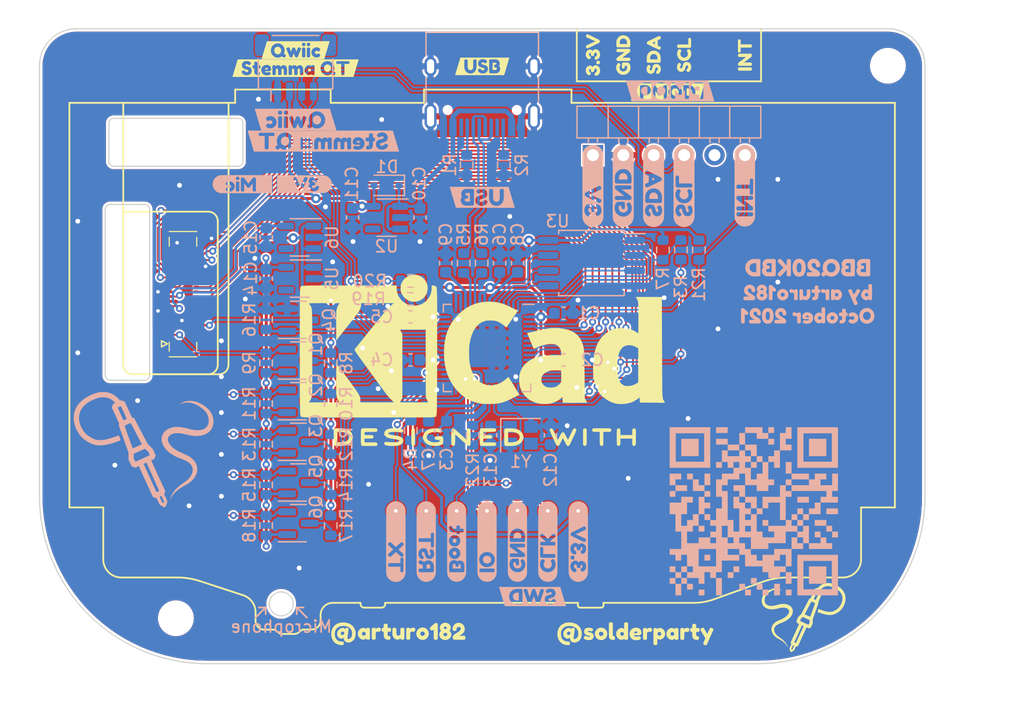
<source format=kicad_pcb>
(kicad_pcb (version 20210824) (generator pcbnew)
  (title_block (rev "2"))
  (layers (0 "F.Cu" signal) (31 "B.Cu" signal) (34 "B.Paste" user) (35 "F.Paste" user) (36 "B.SilkS" user "B.Silkscreen") (37 "F.SilkS" user "F.Silkscreen") (38 "B.Mask" user) (39 "F.Mask" user) (44 "Edge.Cuts" user))
  (net 0 "")
  (net 1 "+3V3")
  (net 2 "GND")
  (net 3 "Net-(C7-Pad1)")
  (net 4 "+5V")
  (net 5 "Net-(C12-Pad1)")
  (net 6 "Net-(C13-Pad1)")
  (net 7 "+1V8")
  (net 8 "+2V8")
  (net 9 "/SDA")
  (net 10 "/SCL")
  (net 11 "/INT")
  (net 12 "/USB_D+")
  (net 13 "Net-(J3-PadB5)")
  (net 15 "/USB_D-")
  (net 16 "Net-(J3-PadA5)")
  (net 18 "Net-(JP1-Pad2)")
  (net 19 "/Keyboard/TP_SHUTDOWN_1V8")
  (net 20 "/TP_SHUTDOWN")
  (net 21 "/Keyboard/TP_SCL_1V8")
  (net 22 "/TP_SCL")
  (net 23 "/Keyboard/TP_MOTION_1V8")
  (net 24 "/TP_MOTION")
  (net 25 "/BACKLIGHT")
  (net 26 "Net-(Q4-Pad3)")
  (net 27 "/Keyboard/TP_SDA_1V8")
  (net 28 "/TP_SDA")
  (net 29 "/Keyboard/TP_RESET_1V8")
  (net 30 "/TP_RESET")
  (net 31 "/BOOTSEL")
  (net 32 "/~{QSPI_CS}")
  (net 33 "/~{RESET}")
  (net 34 "/D-")
  (net 35 "/D+")
  (net 36 "/SWCLK")
  (net 37 "/SWDIO")
  (net 40 "/TX")
  (net 44 "/QSPI_SD3")
  (net 45 "/QSPI_SCLK")
  (net 46 "/QSPI_SD0")
  (net 47 "/QSPI_SD2")
  (net 48 "/QSPI_SD1")
  (net 50 "/COL1")
  (net 51 "/COL2")
  (net 52 "/COL3")
  (net 53 "/COL4")
  (net 54 "/COL5")
  (net 55 "/COL6")
  (net 56 "/MIC")
  (net 57 "/ROW7")
  (net 58 "/ROW6")
  (net 59 "/ROW5")
  (net 60 "/ROW4")
  (net 61 "/ROW3")
  (net 62 "/ROW2")
  (net 63 "/ROW1")
  (net 69 "Net-(U1-Pad21)")
  (footprint "svg2mod" (layer "F.Cu") (at 163.3 75.2)
    (fp_text reference "svg2mod" hide)
    (fp_text value "G***" hide)
  )
  (footprint "svg2mod" (layer "F.Cu") (at 136.2 120.5)
    (fp_text reference "svg2mod" hide)
    (fp_text value "G***" hide)
  )
  (footprint "svg2mod" (layer "F.Cu") (at 161.699168 120.5)
    (fp_text reference "svg2mod" hide)
    (fp_text value "G***" hide)
  )
  (footprint "svg2mod" (layer "F.Cu") (at 162.13 72.1 90)
    (fp_text reference "svg2mod" hide)
    (fp_text value "G***" hide)
  )
  (footprint "svg2mod" (layer "F.Cu") (at 155.1 120.5)
    (fp_text reference "svg2mod" hide)
    (fp_text value "G***" hide)
  )
  (footprint "svg2mod" (layer "F.Cu") (at 141.9 120.3)
    (fp_text reference "svg2mod" hide)
    (fp_text value "G***" hide)
  )
  (footprint "svg2mod" (layer "F.Cu") (at 157.05 72.1 90)
    (fp_text reference "svg2mod" hide)
    (fp_text value "G***" hide)
  )
  (footprint "svg2mod" (layer "F.Cu") (at 147.8 73.05)
    (fp_text reference "svg2mod" hide)
    (fp_text value "G***" hide)
  )
  (footprint "Symbols_Extra:SolderParty-New-Logo_7.5x6.4mm_SilkScreen" (layer "F.Cu") (at 174.9 118.9)
    (fp_text reference "G***" hide)
    (fp_text value "LOGO" hide)
  )
  (footprint "Symbol:KiCad-Logo2_12mm_SilkScreen" (layer "F.Cu") (at 147.8 96.4)
    (fp_text reference "REF**" hide)
    (fp_text value "KiCad-Logo2_12mm_SilkScreen" hide)
  )
  (footprint "svg2mod" (layer "F.Cu") (at 169.75 72.1 90)
    (fp_text reference "svg2mod" hide)
    (fp_text value "G***" hide)
  )
  (footprint "svg2mod" (layer "F.Cu") (at 159.59 72.1 90)
    (fp_text reference "svg2mod" hide)
    (fp_text value "G***" hide)
  )
  (footprint "Connector_Hirose_Extra:BM20B(0.8)-40DS-0.4V" (layer "F.Cu") (at 122.8 92.1 90)
    (fp_text reference "U4" hide)
    (fp_text value "BBQ20KBD")
  )
  (footprint "svg2mod" (layer "F.Cu") (at 132.2 71.7)
    (fp_text reference "svg2mod" hide)
    (fp_text value "G***" hide)
  )
  (footprint "svg2mod" (layer "F.Cu") (at 164.67 72.1 90)
    (fp_text reference "svg2mod" hide)
    (fp_text value "G***" hide)
  )
  (footprint "svg2mod" (layer "F.Cu") (at 132.2 73.2)
    (fp_text reference "svg2mod" hide)
    (fp_text value "G***" hide)
  )
  (footprint "Resistor_SMD:R_0603_1608Metric" (layer "B.Cu") (at 146.250002 89.5 90)
    (fp_text reference "R5")
    (fp_text value "27R")
  )
  (footprint "Capacitor_SMD:C_0603_1608Metric" (layer "B.Cu") (at 129.75 87.35 -90)
    (fp_text reference "C15")
    (fp_text value "0.1uF")
  )
  (footprint "MountingHole:MountingHole_2.7mm_M2.5" (layer "B.Cu") (at 122.2 119.2)
    (fp_text reference "H2" hide)
    (fp_text value "MountingHole")
  )
  (footprint "Resistor_SMD:R_0603_1608Metric" (layer "B.Cu") (at 129.7375 101.250001 -90)
    (fp_text reference "R11")
    (fp_text value "10K")
  )
  (footprint "Resistor_SMD:R_0603_1608Metric" (layer "B.Cu") (at 165.9 88.4 -90)
    (fp_text reference "R21")
    (fp_text value "10K")
  )
  (footprint "TestPoint:TestPoint_Pad_D1.5mm" (layer "B.Cu") (at 140.58 110.225)
    (fp_text reference "TP7" hide)
    (fp_text value "TP_TX")
  )
  (footprint "Package_TO_SOT_SMD:SOT-23" (layer "B.Cu") (at 132.4375 94.25)
    (fp_text reference "Q4")
    (fp_text value "BSS138")
  )
  (footprint "svg2mod" (layer "B.Cu") (at 145.66 112.7904 90)
    (fp_text reference "svg2mod" hide)
    (fp_text value "G***" hide)
  )
  (footprint "Resistor_SMD:R_0603_1608Metric" (layer "B.Cu") (at 129.7375 108.05 -90)
    (fp_text reference "R15")
    (fp_text value "10K")
  )
  (footprint "Package_TO_SOT_SMD:SOT-23" (layer "B.Cu") (at 132.4375 104.450001)
    (fp_text reference "Q3")
    (fp_text value "BSS138")
  )
  (footprint "Resistor_SMD:R_0603_1608Metric" (layer "B.Cu") (at 135.1375 111.450001 90)
    (fp_text reference "R17")
    (fp_text value "10K")
  )
  (footprint "svg2mod" (layer "B.Cu") (at 159.58 83.049048 90)
    (fp_text reference "svg2mod" hide)
    (fp_text value "G***" hide)
  )
  (footprint "Resistor_SMD:R_0603_1608Metric" (layer "B.Cu") (at 141.8 92.5)
    (fp_text reference "R19")
    (fp_text value "4.7K")
  )
  (footprint "Capacitor_SMD:C_0603_1608Metric" (layer "B.Cu") (at 150.750002 89.5 90)
    (fp_text reference "C8")
    (fp_text value "0.1uF")
  )
  (footprint "Capacitor_SMD:C_0603_1608Metric" (layer "B.Cu") (at 142.6 85.7 -90)
    (fp_text reference "C10")
    (fp_text value "10uF")
  )
  (footprint "Package_TO_SOT_SMD:SOT-23" (layer "B.Cu") (at 132.4375 97.65)
    (fp_text reference "Q1")
    (fp_text value "BSS138")
  )
  (footprint "Capacitor_SMD:C_0603_1608Metric" (layer "B.Cu") (at 153.5 103.9 90)
    (fp_text reference "C12")
    (fp_text value "12pF")
  )
  (footprint "TestPoint:TestPoint_Pad_D1.5mm" (layer "B.Cu") (at 148.2 110.225 180)
    (fp_text reference "TP4" hide)
    (fp_text value "TP_SWDIO")
  )
  (footprint "Capacitor_SMD:C_0603_1608Metric" (layer "B.Cu") (at 154.6 97.6)
    (fp_text reference "C2")
    (fp_text value "0.1uF")
  )
  (footprint "svg2mod" (layer "B.Cu") (at 175 92.13807 180)
    (fp_text reference "svg2mod" hide)
    (fp_text value "G***" hide)
  )
  (footprint "Resistor_SMD:R_0603_1608Metric" (layer "B.Cu") (at 129.7375 94.225001 90)
    (fp_text reference "R16")
    (fp_text value "10K")
  )
  (footprint "Package_TO_SOT_SMD:SOT-23" (layer "B.Cu") (at 132.4375 107.850001)
    (fp_text reference "Q5")
    (fp_text value "BSS138")
  )
  (footprint "svg2mod" (layer "B.Cu") (at 155.825 112.79 90)
    (fp_text reference "svg2mod" hide)
    (fp_text value "G***" hide)
  )
  (footprint "svg2mod" (layer "B.Cu") (at 169.74 83.028093 90)
    (fp_text reference "svg2mod" hide)
    (fp_text value "G***" hide)
  )
  (footprint "Package_SO:SSOP-8_5.25x5.24mm_P1.27mm" (layer "B.Cu") (at 156.92375 89.495 180)
    (fp_text reference "U3")
    (fp_text value "GD25Q16xS")
  )
  (footprint "svg2mod" (layer "B.Cu") (at 152 117.3878 180)
    (fp_text reference "svg2mod" hide)
    (fp_text value "G***" hide)
  )
  (footprint "TestPoint:TestPoint_Pad_D1.5mm" (layer "B.Cu") (at 145.66 110.225 180)
    (fp_text reference "TP1" hide)
    (fp_text value "TP_USBBOOT")
  )
  (footprint "svg2mod" (layer "B.Cu") (at 132.95 82.9 180)
    (fp_text reference "svg2mod" hide)
    (fp_text value "G***" hide)
  )
  (footprint "svg2mod" (layer "B.Cu") (at 143.12 112.7904 90)
    (fp_text reference "svg2mod" hide)
    (fp_text value "G***" hide)
  )
  (footprint "svg2mod" (layer "B.Cu") (at 148.2 112.7904 90)
    (fp_text reference "svg2mod" hide)
    (fp_text value "G***" hide)
  )
  (footprint "TestPoint:TestPoint_Pad_D1.5mm" (layer "B.Cu") (at 150.74 110.225)
    (fp_text reference "TP5" hide)
    (fp_text value "TP_GND")
  )
  (footprint "svg2mod" (layer "B.Cu") (at 147.8 84 180)
    (fp_text reference "svg2mod" hide)
    (fp_text value "G***" hide)
  )
  (footprint "Package_DFN_QFN_Extra:QFN-56_EP_7x7_Pitch0.4mm" (layer "B.Cu") (at 148.2 96.6 180)
    (fp_text reference "U1" hide)
    (fp_text value "RP2040")
  )
  (footprint "Capacitor_SMD:C_0603_1608Metric" (layer "B.Cu") (at 148.5 103.899999 -90)
    (fp_text reference "C13")
    (fp_text value "12pF")
  )
  (footprint "Resistor_SMD:R_0603_1608Metric" (layer "B.Cu") (at 135.1375 97.85 90)
    (fp_text reference "R8")
    (fp_text value "10K")
  )
  (footprint "Resistor_SMD:R_0603_1608Metric" (layer "B.Cu") (at 141.8 91 180)
    (fp_text reference "R20")
    (fp_text value "4.7K")
  )
  (footprint "Resistor_SMD:R_0603_1608Metric" (layer "B.Cu") (at 147 103.9 -90)
    (fp_text reference "R22")
    (fp_text value "1K")
  )
  (footprint "Capacitor_SMD:C_0603_1608Metric" (layer "B.Cu") (at 143.324999 103.500481 -90)
    (fp_text reference "C7")
    (fp_text value "0.1uF")
  )
  (footprint "Resistor_SMD:R_0603_1608Metric" (layer "B.Cu") (at 129.7375 111.450001 -90)
    (fp_text reference "R18")
    (fp_text value "10K")
  )
  (footprint "Package_TO_SOT_SMD:SOT-23-5" (layer "B.Cu") (at 132.55 90.8 180)
    (fp_text reference "U5")
    (fp_text value "ME6212C18M5G")
  )
  (footprint "Resistor_SMD:R_0603_1608Metric" (layer "B.Cu") (at 135.1375 104.650001 90)
    (fp_text reference "R12")
    (fp_text value "10K")
  )
  (footprint "Capacitor_SMD:C_0603_1608Metric" (layer "B.Cu") (at 144.824999 103.500481 -90)
    (fp_text reference "C3")
    (fp_text value "0.1uF")
  )
  (footprint "TestPoint:TestPoint_Pad_D1.5mm" (layer "B.Cu") (at 155.82 110.225)
    (fp_text reference "TP6" hide)
    (fp_text value "TP_3V3")
  )
  (footprint "svg2mod" (layer "B.Cu") (at 132.2 77.5 180)
    (fp_text reference "svg2mod" hide)
    (fp_text value "G***" hide)
  )
  (footprint "MountingHole:MountingHole_2.7mm_M2.5" (layer "B.Cu") (at 181.7 73)
    (fp_text reference "H1" hide)
    (fp_text value "MountingHole")
  )
  (footprint "Package_TO_SOT_SMD:SOT-23-5" (layer "B.Cu") (at 139.8 85.7 180)
    (fp_text reference "U2")
    (fp_text value "AP2112K-3.3")
  )
  (footprint "svg2mod" (layer "B.Cu") (at 163.5 75.1 180)
    (fp_text reference "svg2mod" hide)
    (fp_text value "G***" hide)
  )
  (footprint "Resistor_SMD:R_0603_1608Metric" (layer "B.Cu") (at 141.824999 103.500481 90)
    (fp_text reference "R4")
    (fp_text value "10K")
  )
  (footprint "Capacitor_SMD:C_0603_1608Metric" (layer "B.Cu") (at 154.6 93.7)
    (fp_text reference "C1")
    (fp_text value "0.1uF")
  )
  (footprint "svg2mod" (layer "B.Cu") (at 175 89.88807 180)
    (fp_text reference "svg2mod" hide)
    (fp_text value "G***" hide)
  )
  (footprint "LOGO" (layer "B.Cu") (at 170.5 110.25 180)
    (fp_text reference "G***" hide)
    (fp_text value "LOGO" hide)
  )
  (footprint "Connector_JST:JST_SH_SM04B-SRSS-TB_1x04-1MP_P1.00mm_Horizontal" (layer "B.Cu") (at 132.2 73.15)
    (fp_text reference "J1" hide)
    (fp_text value "Conn_Stemma_QT")
  )
  (footprint "Symbols_Extra:SolderParty-New-Logo_12.5x10.6mm_SilkScreen" (layer "B.Cu") (at 119.099643 104.696788 180)
    (fp_text reference "G***" hide)
    (fp_text value "LOGO" hide)
  )
  (footprint "svg2mod" (layer "B.Cu") (at 127.75 82.9 180)
    (fp_text reference "svg2mod" hide)
    (fp_text value "G***" hide)
  )
  (footprint "svg2mod" (layer "B.Cu") (at 134.523479 79.3 180)
    (fp_text reference "svg2mod" hide)
    (fp_text value "G***" hide)
  )
  (footprint "Resistor_SMD:R_0603_1608Metric" (layer "B.Cu") (at 147.75 89.5 90)
    (fp_text reference "R6")
    (fp_text value "27R")
  )
  (footprint "Capacitor_SMD:C_0603_1608Metric" (layer "B.Cu") (at 136.962499 85.7 90)
    (fp_text reference "C11")
    (fp_text value "10uF")
  )
  (footprint "Resistor_SMD:R_0603_1608Metric" (layer "B.Cu") (at 162.9 88.4 90)
    (fp_text reference "R7")
    (fp_text value "10K")
  )
  (footprint "Diode_SMD:D_SOD-323" (layer "B.Cu") (at 139.8 83 180)
    (fp_text reference "D1")
    (fp_text value "D_Schottky_Small")
  )
  (footprint "Capacitor_SMD:C_0603_1608Metric" (layer "B.Cu") (at 149.250002 89.5 90)
    (fp_text reference "C6")
    (fp_text value "1uF")
  )
  (footprint "Capacitor_SMD:C_0603_1608Metric" (layer "B.Cu") (at 141.8 97.6 180)
    (fp_text reference "C4")
    (fp_text value "0.1uF")
  )
  (footprint "svg2mod" (layer "B.Cu") (at 140.58 112.7904 90)
    (fp_text reference "svg2mod" hide)
    (fp_text value "G***" hide)
  )
  (footprint "Capacitor_SMD:C_0603_1608Metric" (layer "B.Cu") (at 129.75 90.8 -90)
    (fp_text reference "C14")
    (fp_text value "0.1uF")
  )
  (footprint "Connector_PinHeader_2.54mm_Extra:PMODPinHeader_1x06_P2.54mm_Horizontal" (layer "B.Cu") (at 157.05 80.475 -90)
    (fp_text reference "J2" hide)
    (fp_text value "PMOD")
  )
  (footprint "Resistor_SMD:R_0603_1608Metric" (layer "B.Cu") (at 146.5 81.3 90)
    (fp_text reference "R1")
    (fp_text value "5.1K")
  )
  (footprint "Jumper:SolderJumper-2_P1.3mm_Open_RoundedPad1.0x1.5mm" (layer "B.Cu") (at 130.45 82.9 180)
    (fp_text reference "JP1" hide)
    (fp_text value "SJ_MIC_VDD")
  )
  (footprint "Connector_USB:USB_C_Receptacle_HRO_TYPE-C-31-M-12" (layer "B.Cu") (at 147.8 74.1)
    (fp_text reference "J3" hide)
    (fp_text value "USB_C_Receptacle_USB2.0")
  )
  (footprint "svg2mod" (layer "B.Cu") (at 175 93.88807 180)
    (fp_text reference "svg2mod" hide)
    (fp_text value "G***" hide)
  )
  (footprint "Crystal:Crystal_SMD_2520-4Pin_2.5x2.0mm" (layer "B.Cu") (at 151 103.9)
    (fp_text reference "Y1")
    (fp_text value "XYDBPCNANF-12MHZ")
  )
  (footprint "Package_TO_SOT_SMD:SOT-23" (layer "B.Cu") (at 132.4375 101.050001)
    (fp_text reference "Q2")
    (fp_text value "BSS138")
  )
  (footprint "Resistor_SMD:R_0603_1608Metric" (layer "B.Cu") (at 129.7375 104.650001 -90)
    (fp_text reference "R13")
    (fp_text value "10K")
  )
  (footprint "svg2mod" (layer "B.Cu") (at 162.12 83.048095 90)
    (fp_text reference "svg2mod" hide)
    (fp_text value "G***" hide)
  )
  (footprint "Resistor_SMD:R_0603_1608Metric" (layer "B.Cu") (at 135.1375 108.05 90)
    (fp_text reference "R14")
    (fp_text value "10K")
  )
  (footprint "Resistor_SMD:R_0603_1608Metric" (layer "B.Cu") (at 149.6 81.3 90)
    (fp_text reference "R2")
    (fp_text value "5.1K")
  )
  (footprint "Resistor_SMD:R_0603_1608Metric" (layer "B.Cu") (at 164.4 88.395 90)
    (fp_text reference "R3")
    (fp_text value "1K")
  )
  (footprint "Capacitor_SMD:C_0603_1608Metric" (layer "B.Cu") (at 141.8 94 180)
    (fp_text reference "C5")
    (fp_text value "0.1uF")
  )
  (footprint "Package_TO_SOT_SMD:SOT-23" (layer "B.Cu") (at 132.4375 111.250001)
    (fp_text reference "Q6")
    (fp_text value "BSS138")
  )
  (footprint "TestPoint:TestPoint_Pad_D1.5mm" (layer "B.Cu") (at 153.279999 110.225 180)
    (fp_text reference "TP3" hide)
    (fp_text value "TP_SWCLK")
  )
  (footprint "TestPoint:TestPoint_Pad_D1.5mm" (layer "B.Cu") (at 143.12 110.225 180)
    (fp_text reference "TP2" hide)
    (fp_text value "TP_RESET")
  )
  (footprint "svg2mod" (layer "B.Cu") (at 150.74 112.7904 90)
    (fp_text reference "svg2mod" hide)
    (fp_text value "G***" hide)
  )
  (footprint "svg2mod" (layer "B.Cu") (at 157.05 83.05 90)
    (fp_text reference "svg2mod" hide)
    (fp_text value "G***" hide)
  )
  (footprint "svg2mod" (layer "B.Cu") (at 153.28 112.7904 90)
    (fp_text reference "svg2mod" hide)
    (fp_text value "G***" hide)
  )
  (footprint "Package_TO_SOT_SMD:SOT-23-5" (layer "B.Cu") (at 132.55 87.35 180)
    (fp_text reference "U6")
    (fp_text value "ME6212C28M5G")
  )
  (footprint "Capacitor_SMD:C_0603_1608Metric" (layer "B.Cu") (at 144.750002 89.5 90)
    (fp_text reference "C9")
    (fp_text value "1uF")
  )
  (footprint "Resistor_SMD:R_0603_1608Metric" (layer "B.Cu") (at 135.1375 101.250001 90)
    (fp_text reference "R10")
    (fp_text value "10K")
  )
  (footprint "Resistor_SMD:R_0603_1608Metric" (layer "B.Cu") (at 129.7375 97.85 -90)
    (fp_text reference "R9")
    (fp_text value "10K")
  )
  (footprint "svg2mod" (layer "B.Cu") (at 164.66 83.048095 90)
    (fp_text reference "svg2mod" hide)
    (fp_text value "G***" hide)
  )
  (gr_line (start 128.851472 119.148528) (end 129.7 118.3) (layer "B.SilkS") (width 0.15))
  (gr_line (start 129.7 118.3) (end 129.7 118.865685) (layer "B.SilkS") (width 0.15))
  (gr_line (start 129.7 118.3) (end 129.134315 118.3) (layer "B.SilkS") (width 0.15))
  (gr_line (start 133.148528 119.148528) (end 132.3 118.3) (layer "B.SilkS") (width 0.15))
  (gr_line (start 132.3 118.3) (end 132.3 118.865685) (layer "B.SilkS") (width 0.15))
  (gr_line (start 132.3 118.3) (end 132.865685 118.3) (layer "B.SilkS") (width 0.15))
  (gr_arc locked (start 122.319125 121.852999) (end 124.205666 116.094131) (angle -18.13822046) (layer "F.SilkS") (width 0.15))
  (gr_line locked (start 179.454999 114.277999) (end 179.454999 109.934999) (layer "F.SilkS") (width 0.15))
  (gr_line (start 155.7 69.9) (end 155.7 74.3) (layer "F.SilkS") (width 0.15))
  (gr_arc locked (start 133.534112 119.389642) (end 133.534112 120.147142) (angle -90) (layer "F.SilkS") (width 0.15))
  (gr_line (start 125.7 98) (end 125.700001 86.000001) (layer "F.SilkS") (width 0.15))
  (gr_line locked (start 129.614246 120.157857) (end 130.472804 120.157857) (layer "F.SilkS") (width 0.15))
  (gr_line locked (start 134.291612 119.389642) (end 134.291612 118.923999) (layer "F.SilkS") (width 0.15))
  (gr_line locked (start 130.472804 120.157857) (end 130.744306 120.379502) (layer "F.SilkS") (width 0.15))
  (gr_line locked (start 124.205666 116.094131) (end 127.813382 117.275979) (layer "F.SilkS") (width 0.15))
  (gr_arc (start 118.6 98) (end 117.799999 98) (angle -90) (layer "F.SilkS") (width 0.15))
  (gr_line locked (start 139.687132 117.913999) (end 155.793035 117.913999) (layer "F.SilkS") (width 0.15))
  (gr_line locked (start 132.449217 120.395841) (end 132.782679 120.147142) (layer "F.SilkS") (width 0.15))
  (gr_arc locked (start 177.939999 114.277999) (end 177.939999 115.792999) (angle -90) (layer "F.SilkS") (width 0.15))
  (gr_line locked (start 137.933678 118.317999) (end 139.384132 118.317999) (layer "F.SilkS") (width 0.15))
  (gr_line locked (start 128.856746 118.715696) (end 128.856746 119.400357) (layer "F.SilkS") (width 0.15))
  (gr_arc locked (start 127.341746 118.715696) (end 128.856746 118.715696) (angle -71.86177954) (layer "F.SilkS") (width 0.15))
  (gr_line (start 124.9 98.8) (end 119.7 98.8) (layer "F.SilkS") (width 0.15))
  (gr_arc locked (start 165.454949 112.863999) (end 165.454949 117.913999) (angle -19.74383585) (layer "F.SilkS") (width 0.15))
  (gr_line locked (start 135.301612 117.913999) (end 137.630678 117.913999) (layer "F.SilkS") (width 0.15))
  (gr_line locked (start 131.127538 120.516067) (end 132.086921 120.516067) (layer "F.SilkS") (width 0.15))
  (gr_arc (start 124.900001 98) (end 125.7 98) (angle 90) (layer "F.SilkS") (width 0.15))
  (gr_arc locked (start 131.127538 119.910067) (end 130.744306 120.379502) (angle -39.22706151) (layer "F.SilkS") (width 0.15))
  (gr_line (start 117.8 76.15) (end 117.799999 98) (layer "F.SilkS") (width 0.15))
  (gr_arc locked (start 117.643 114.277999) (end 116.128 114.277999) (angle -90) (layer "F.SilkS") (width 0.15))
  (gr_line locked (start 142.933178 74.989) (end 142.933178 76.1) (layer "F.SilkS") (width 0.15))
  (gr_arc locked (start 139.384132 118.014999) (end 139.384132 118.317999) (angle -90) (layer "F.SilkS") (width 0.15))
  (gr_line locked (start 182.282999 76.1) (end 155.255177 76.1) (layer "F.SilkS") (width 0.15))
  (gr_arc locked (start 132.086921 119.910067) (end 132.086921 120.516067) (angle -36.71601444) (layer "F.SilkS") (width 0.15))
  (gr_line (start 117.8 85.2) (end 124.900001 85.200001) (layer "F.SilkS") (width 0.15))
  (gr_line locked (start 155.255177 76.1) (end 155.255177 74.989) (layer "F.SilkS") (width 0.15))
  (gr_arc locked (start 157.729677 118.115999) (end 157.729677 118.317999) (angle -90) (layer "F.SilkS") (width 0.15))
  (gr_arc (start 125.793755 98) (end 125.793755 98.800001) (angle -90) (layer "F.SilkS") (width 0.15))
  (gr_line locked (start 135.132445 74.989) (end 127.153445 74.989) (layer "F.SilkS") (width 0.15))
  (gr_line locked (start 127.153445 76.1) (end 113.3 76.1) (layer "F.SilkS") (width 0.15))
  (gr_line locked (start 156.904483 118.317999) (end 157.729677 118.317999) (layer "F.SilkS") (width 0.15))
  (gr_line (start 155.7 74.3) (end 171.1 74.3) (layer "F.SilkS") (width 0.15))
  (gr_line locked (start 137.630678 117.913999) (end 137.630678 118.014999) (layer "F.SilkS") (width 0.15))
  (gr_line locked (start 155.995035 118.317999) (end 156.904483 118.317999) (layer "F.SilkS") (width 0.15))
  (gr_arc (start 124.900001 86) (end 124.900001 85.200001) (angle 90) (layer "F.SilkS") (width 0.15))
  (gr_line locked (start 173.297817 115.792999) (end 177.939999 115.792999) (layer "F.SilkS") (width 0.15))
  (gr_line locked (start 113.3 76.1) (end 113.3 109.934999) (layer "F.SilkS") (width 0.15))
  (gr_line locked (start 132.782679 120.147142) (end 133.534112 120.147142) (layer "F.SilkS") (width 0.15))
  (gr_line locked (start 117.643 115.792999) (end 122.319125 115.792999) (layer "F.SilkS") (width 0.15))
  (gr_line locked (start 139.687132 118.014999) (end 139.687132 117.913999) (layer "F.SilkS") (width 0.15))
  (gr_line (start 126.6 76.121929) (end 126.593756 98) (layer "F.SilkS") (width 0.15))
  (gr_line locked (start 142.933178 76.1) (end 135.132445 76.1) (layer "F.SilkS") (width 0.15))
  (gr_line locked (start 127.153445 74.989) (end 127.153445 76.1) (layer "F.SilkS") (width 0.15))
  (gr_line locked (start 179.454999 109.934999) (end 182.282999 109.934999) (layer "F.SilkS") (width 0.15))
  (gr_line (start 125.793755 98.800001) (end 118.6 98.800001) (layer "F.SilkS") (width 0.15))
  (gr_line locked (start 157.931677 118.115999) (end 157.931677 117.913999) (layer "F.SilkS") (width 0.15))
  (gr_arc locked (start 173.297817 121.852999) (end 173.297817 115.792999) (angle -19.74383585) (layer "F.SilkS") (width 0.15))
  (gr_arc locked (start 129.614246 119.400357) (end 128.856746 119.400357) (angle -90) (layer "F.SilkS") (width 0.15))
  (gr_arc locked (start 155.995035 118.115999) (end 155.793035 118.115999) (angle -90) (layer "F.SilkS") (width 0.15))
  (gr_line locked (start 157.931677 117.913999) (end 163.736216 117.913999) (layer "F.SilkS") (width 0.15))
  (gr_line locked (start 155.793035 117.913999) (end 155.793035 118.115999) (layer "F.SilkS") (width 0.15))
  (gr_line locked (start 167.160918 117.617122) (end 171.250656 116.149253) (layer "F.SilkS") (width 0.15))
  (gr_line locked (start 116.128 109.934999) (end 116.128 114.277999) (layer "F.SilkS") (width 0.15))
  (gr_line locked (start 135.132445 76.1) (end 135.132445 74.989) (layer "F.SilkS") (width 0.15))
  (gr_line locked (start 182.282999 109.934999) (end 182.282999 76.1) (layer "F.SilkS") (width 0.15))
  (gr_arc locked (start 135.301612 118.923999) (end 135.301612 117.913999) (angle -90) (layer "F.SilkS") (width 0.15))
  (gr_line locked (start 155.255177 74.989) (end 142.933178 74.989) (layer "F.SilkS") (width 0.15))
  (gr_arc locked (start 137.933678 118.014999) (end 137.630678 118.014999) (angle -90) (layer "F.SilkS") (width 0.15))
  (gr_line (start 171.1 74.3) (end 171.1 69.9) (layer "F.SilkS") (width 0.15))
  (gr_line locked (start 163.736216 117.913999) (end 165.454949 117.913999) (layer "F.SilkS") (width 0.15))
  (gr_line locked (start 113.3 109.934999) (end 116.128 109.934999) (layer "F.SilkS") (width 0.15))
  (gr_line (start 119.6 99.3) (end 116.699999 99.3) (layer "Edge.Cuts") (width 0.1))
  (gr_arc (start 181.7 73) (end 181.7 69.9) (angle 90) (layer "Edge.Cuts") (width 0.1))
  (gr_line (start 127.4 77.4) (end 117 77.4) (layer "Edge.Cuts") (width 0.1))
  (gr_arc (start 117 77.8) (end 116.6 77.8) (angle 90) (layer "Edge.Cuts") (width 0.1))
  (gr_line (start 116.999999 81.4) (end 127.4 81.4) (layer "Edge.Cuts") (width 0.1))
  (gr_line (start 181.7 69.9) (end 113.9 69.9) (layer "Edge.Cuts") (width 0.1))
  (gr_line (start 119.600001 84.6) (end 116.700001 84.6) (layer "Edge.Cuts") (width 0.1))
  (gr_arc (start 119.6 85) (end 119.600001 84.6) (angle 90) (layer "Edge.Cuts") (width 0.1))
  (gr_line (start 116.3 84.999999) (end 116.3 98.9) (layer "Edge.Cuts") (width 0.1))
  (gr_arc (start 119.6 98.9) (end 120 98.900001) (angle 90) (layer "Edge.Cuts") (width 0.1))
  (gr_line (start 116.6 77.8) (end 116.6 81) (layer "Edge.Cuts") (width 0.1))
  (gr_arc (start 117 81) (end 116.999999 81.4) (angle 90) (layer "Edge.Cuts") (width 0.1))
  (gr_arc (start 116.7 98.9) (end 116.699999 99.3) (angle 90) (layer "Edge.Cuts") (width 0.1))
  (gr_arc (start 113.9 73) (end 110.8 73) (angle 90) (layer "Edge.Cuts") (width 0.1))
  (gr_arc (start 170.8 109) (end 170.8 123) (angle -90) (layer "Edge.Cuts") (width 0.1))
  (gr_line (start 127.8 77.8) (end 127.8 81) (layer "Edge.Cuts") (width 0.1))
  (gr_line (start 184.8 73) (end 184.8 109) (layer "Edge.Cuts") (width 0.1))
  (gr_line (start 120 85) (end 120 98.900001) (layer "Edge.Cuts") (width 0.1))
  (gr_arc (start 124.8 109) (end 110.8 109) (angle -90) (layer "Edge.Cuts") (width 0.1))
  (gr_arc (start 127.4 77.8) (end 127.4 77.4) (angle 90) (layer "Edge.Cuts") (width 0.1))
  (gr_arc (start 116.7 85) (end 116.3 84.999999) (angle 90) (layer "Edge.Cuts") (width 0.1))
  (gr_line (start 170.8 123) (end 124.8 123) (layer "Edge.Cuts") (width 0.1))
  (gr_circle (center 131 118) (end 130 118) (layer "Edge.Cuts") (width 0.1) (fill none))
  (gr_arc (start 127.4 81) (end 127.8 81) (angle 90) (layer "Edge.Cuts") (width 0.1))
  (gr_line (start 110.8 109) (end 110.8 73) (layer "Edge.Cuts") (width 0.1))
  (gr_text "Microphone" (at 131 119.9) (layer "B.SilkS") (effects (font (size 1 1)) (justify mirror)))
  (segment (start 124.249511 94.150489) (end 124.249511 93.649511) (width 0.15) (layer "F.Cu") (net 1))
  (segment (start 143.7 99.3) (end 143.7 97.6) (width 0.25) (layer "F.Cu") (net 1))
  (segment (start 129.4 87.4) (end 132.7 84.1) (width 0.25) (layer "F.Cu") (net 1))
  (segment (start 137.75 84.75) (end 137.1 84.1) (width 0.25) (layer "F.Cu") (net 1))
  (segment (start 124.8 93.5) (end 123.885 93.5) (width 0.2) (layer "F.Cu") (net 1))
  (segment (start 141.8 105.4) (end 141.8 101.2) (width 0.25) (layer "F.Cu") (net 1))
  (segment (start 143.7 92.1) (end 143.7 94) (width 0.25) (layer "F.Cu") (net 1))
  (segment (start 145.078235 91.521765) (end 144.278235 91.521765) (width 0.25) (layer "F.Cu") (net 1))
  (segment (start 123.885 94.3) (end 124.1 94.3) (width 0.15) (layer "F.Cu") (net 1))
  (segment (start 152.7 94) (end 152.7 97.6) (width 0.25) (layer "F.Cu") (net 1))
  (segment (start 141.8 101.2) (end 143.7 99.3) (width 0.25) (layer "F.Cu") (net 1))
  (segment (start 132 87.4) (end 129.4 87.4) (width 0.25) (layer "F.Cu") (net 1))
  (segment (start 151.7 91.3) (end 152.7 92.3) (width 0.25) (layer "F.Cu") (net 1))
  (segment (start 148.440734 91.540734) (end 151.940734 91.540734) (width 0.25) (layer "F.Cu") (net 1))
  (segment (start 144.278235 91.521765) (end 143.7 92.1) (width 0.25) (layer "F.Cu") (net 1))
  (segment (start 127.94952 88.85048) (end 127.94952 90.35048) (width 0.25) (layer "F.Cu") (net 1))
  (segment (start 124.1 94.3) (end 124.249511 94.150489) (width 0.15) (layer "F.Cu") (net 1))
  (segment (start 132.7 84.1) (end 133.9 84.1) (width 0.25) (layer "F.Cu") (net 1))
  (segment (start 124.249511 93.649511) (end 124.1 93.5) (width 0.15) (layer "F.Cu") (net 1))
  (segment (start 143.7 94) (end 143.7 97.6) (width 0.25) (layer "F.Cu") (net 1))
  (segment (start 124.1 93.5) (end 123.885 93.5) (width 0.15) (layer "F.Cu") (net 1))
  (segment (start 152.7 92.3) (end 152.7 94) (width 0.25) (layer "F.Cu") (net 1))
  (segment (start 135.5 94) (end 135.15 93.65) (width 0.25) (layer "F.Cu") (net 1))
  (segment (start 127.94952 90.35048) (end 124.8 93.5) (width 0.25) (layer "F.Cu") (net 1))
  (segment (start 135.15 102.95) (end 135.15 109.75) (width 0.25) (layer "F.Cu") (net 1))
  (segment (start 135.15 99.55) (end 135.15 102.95) (width 0.25) (layer "F.Cu") (net 1))
  (segment (start 135.15 99.55) (end 135.15 92.6) (width 0.25) (layer "F.Cu") (net 1))
  (segment (start 137.1 84.1) (end 133.9 84.1) (width 0.25) (layer "F.Cu") (net 1))
  (segment (start 143.7 94) (end 135.5 94) (width 0.25) (layer "F.Cu") (net 1))
  (segment (start 129.4 87.4) (end 127.94952 88.85048) (width 0.25) (layer "F.Cu") (net 1))
  (segment (start 151.7 87.6) (end 151.7 91.3) (width 0.25) (layer "F.Cu") (net 1))
  (segment (start 148.440734 91.540734) (end 145.097204 91.540734) (width 0.25) (layer "F.Cu") (net 1))
  (segment (start 145.097204 91.540734) (end 145.078235 91.521765) (width 0.25) (layer "F.Cu") (net 1))
  (via (at 132 87.4) (size 0.8) (drill 0.4) (layers "F.Cu" "B.Cu") (net 1))
  (via (at 135.15 99.55) (size 0.6) (drill 0.3) (layers "F.Cu" "B.Cu") (net 1))
  (via (at 135.15 106.35) (size 0.6) (drill 0.3) (layers "F.Cu" "B.Cu") (net 1))
  (via (at 148.440734 91.540734) (size 0.8) (drill 0.4) (layers "F.Cu" "B.Cu") (net 1))
  (via (at 133.9 84.1) (size 0.8) (drill 0.4) (layers "F.Cu" "B.Cu") (net 1))
  (via (at 151.7 87.6) (size 0.8) (drill 0.4) (layers "F.Cu" "B.Cu") (net 1))
  (via (at 152.7 97.6) (size 0.8) (drill 0.4) (layers "F.Cu" "B.Cu") (net 1))
  (via (at 135.15 96.15) (size 0.6) (drill 0.3) (layers "F.Cu" "B.Cu") (net 1))
  (via (at 135.15 92.6) (size 0.6) (drill 0.3) (layers "F.Cu" "B.Cu") (net 1))
  (via (at 135.15 102.95) (size 0.6) (drill 0.3) (layers "F.Cu" "B.Cu") (net 1))
  (via (at 141.8 105.4) (size 0.6) (drill 0.3) (layers "F.Cu" "B.Cu") (net 1))
  (via (at 155.82 110.225) (size 0.6) (drill 0.3) (layers "F.Cu" "B.Cu") (net 1))
  (via (at 135.15 109.75) (size 0.6) (drill 0.3) (layers "F.Cu" "B.Cu") (net 1))
  (via (at 145.078235 91.521765) (size 0.8) (drill 0.4) (layers "F.Cu" "B.Cu") (net 1))
  (via (at 152.7 94) (size 0.8) (drill 0.4) (layers "F.Cu" "B.Cu") (net 1))
  (via (at 143.7 94) (size 0.8) (drill 0.4) (layers "F.Cu" "B.Cu") (net 1))
  (via (at 137.75 84.75) (size 0.8) (drill 0.4) (layers "F.Cu" "B.Cu") (net 1))
  (via (at 143.7 97.6) (size 0.8) (drill 0.4) (layers "F.Cu" "B.Cu") (net 1))
  (segment (start 153.845 112.2) (end 145.4 112.2) (width 0.25) (layer "B.Cu") (net 1))
  (segment (start 133.9 84.1) (end 132.7 82.9) (width 0.25) (layer "B.Cu") (net 1))
  (segment (start 165.025 86.7) (end 157.1 86.7) (width 0.25) (layer "B.Cu") (net 1))
  (segment (start 155.82 110.225) (end 153.845 112.2) (width 0.25) (layer "B.Cu") (net 1))
  (segment (start 148.659266 91.540734) (end 148.440734 91.540734) (width 0.25) (layer "B.Cu") (net 1))
  (segment (start 132.75 86.55) (end 132.75 90) (width 0.25) (layer "B.Cu") (net 1))
  (segment (start 145.151442 101.848558) (end 146.916448 101.848558) (width 0.25) (layer "B.Cu") (net 1))
  (segment (start 132 87.4) (end 132.5 87.4) (width 0.25) (layer "B.Cu") (net 1))
  (segment (start 135.1375 110.625001) (end 135.1375 109.7625) (width 0.25) (layer "B.Cu") (net 1))
  (segment (start 132.7 82.9) (end 131.1 82.9) (width 0.25) (layer "B.Cu") (net 1))
  (segment (start 157.1 86.7) (end 157.05 86.65) (width 0.25) (layer "B.Cu") (net 1))
  (segment (start 149.250002 90.275) (end 149.250002 90.949998) (width 0.25) (layer "B.Cu") (net 1))
  (segment (start 132.75 88.15) (end 132.9 88.3) (width 0.25) (layer "B.Cu") (net 1))
  (segment (start 157 86.7) (end 156.11 87.59) (width 0.25) (layer "B.Cu") (net 1))
  (segment (start 142.575 94) (end 142.575 91.05) (width 0.2) (layer "B.Cu") (net 1))
  (segment (start 135.15 92.075) (end 134.825 91.75) (width 0.25) (layer "B.Cu") (net 1))
  (segment (start 162.9 87.575001) (end 162.9 87) (width 0.25) (layer "B.Cu") (net 1))
  (segment (start 157.1 86.7) (end 157 86.7) (width 0.25) (layer "B.Cu") (net 1))
  (segment (start 165.9 87.575) (end 165.025 86.7) (width 0.25) (layer "B.Cu") (net 1))
  (segment (start 146 93.1625) (end 146 92.1) (width 0.25) (layer "B.Cu") (net 1))
  (segment (start 148 100.765006) (end 148 100.0375) (width 0.25) (layer "B.Cu") (net 1))
  (segment (start 157.05 86.65) (end 157.05 80.475) (width 0.25) (layer "B.Cu") (net 1))
  (segment (start 135.1375 97.025001) (end 135.1375 96.1625) (width 0.25) (layer "B.Cu") (net 1))
  (segment (start 144.049999 103.500481) (end 142.649999 103.500481) (width 0.25) (layer "B.Cu") (net 1))
  (segment (start 144.4 109.1) (end 141.824999 106.524999) (width 0.25) (layer "B.Cu") (net 1))
  (segment (start 136.962499 84.925) (end 137.575 84.925) (width 0.25) (layer "B.Cu") (net 1))
  (segment (start 135.1375 109.7625) (end 135.15 109.75) (width 0.25) (layer "B.Cu") (net 1))
  (segment (start 143.7 97.6) (end 142.675 97.6) (width 0.25) (layer "B.Cu") (net 1))
  (segment (start 138.75 83) (end 138.75 84.6625) (width 0.25) (layer "B.Cu") (net 1))
  (segment (start 145.9 92) (end 145.6 92) (width 0.25) (layer "B.Cu") (net 1))
  (segment (start 162.9 87) (end 162.6 86.7) (width 0.25) (layer "B.Cu") (net 1))
  (segment (start 145.4 112.2) (end 144.4 111.2) (width 0.25) (layer "B.Cu") (net 1))
  (segment (start 144.824999 102.175001) (end 145.151442 101.848558) (width 0.25) (layer "B.Cu") (net 1))
  (segment (start 141.824999 106.524999) (end 141.824999 104.325481) (width 0.25) (layer "B.Cu") (net 1))
  (segment (start 148 91.981468) (end 148.440734 91.540734) (width 0.25) (layer "B.Cu") (net 1))
  (segment (start 144.4 111.2) (end 144.4 109.1) (width 0.25) (layer "B.Cu") (net 1))
  (segment (start 152.7 94) (end 151.6375 94) (width 0.25) (layer "B.Cu") (net 1))
  (segment (start 135.15 92.6) (end 135.15 92.075) (width 0.25) (layer "B.Cu") (net 1))
  (segment (start 153.31125 87.59) (end 151.71 87.59) (width 0.25) (layer "B.Cu") (net 1))
  (segment (start 137.575 84.925) (end 137.75 84.75) (width 0.25) (layer "B.Cu") (net 1))
  (segment (start 144.7625 94) (end 143.7 94) (width 0.25) (layer "B.Cu") (net 1))
  (segment (start 138.6625 84.75) (end 137.75 84.75) (width 0.25) (layer "B.Cu") (net 1))
  (segment (start 145.6 92) (end 145.55647 92) (width 0.25) (layer "B.Cu") (net 1))
  (segment (start 133.6875 91.75) (end 132.9 91.75) (width 0.25) (layer "B.Cu") (net 1))
  (segment (start 132.75 91.6) (end 132.75 90) (width 0.25) (layer "B.Cu") (net 1))
  (segment (start 145.55647 92) (end 145.078235 91.521765) (width 0.25) (layer "B.Cu") (net 1))
  (segment (start 141.8 105.4) (end 141.824999 105.375001) (width 0.25) (layer "B.Cu") (net 1))
  (segment (start 147.6 93.1625) (end 147.6 92.1) (width 0.25) (layer "B.Cu") (net 1))
  (segment (start 135.1375 103.825001) (end 135.1375 102.9625) (width 0.25) (layer "B.Cu") (net 1))
  (segment (start 145.6 93.1625) (end 145.6 92) (width 0.25) (layer "B.Cu") (net 1))
  (segment (start 144.7625 97.6) (end 143.7 97.6) (width 0.25) (layer "B.Cu") (net 1))
  (segment (start 131.7 75.15) (end 131.7 81.9) (width 0.25) (layer "B.Cu") (net 1))
  (segment (start 132.5 87.4) (end 132.75 87.15) (width 0.25) (layer "B.Cu") (net 1))
  (segment (start 132.9 86.4) (end 132.75 86.55) (width 0.25) (layer "B.Cu") (net 1))
  (segment (start 144.824999 102.175001) (end 144.824999 102.725481) (width 0.25) (layer "B.Cu") (net 1))
  (segment (start 132.9 89.85) (end 133.6875 89.85) (width 0.25) (layer "B.Cu") (net 1))
  (segment (start 134.825 91.75) (end 133.6875 91.75) (width 0.25) (layer "B.Cu") (net 1))
  (segment (start 133.6875 86.4) (end 132.9 86.4) (width 0.25) (layer "B.Cu") (net 1))
  (segment (start 132.9 88.3) (end 133.6875 88.3) (width 0.25) (layer "B.Cu") (net 1))
  (segment (start 156.11 87.59) (end 153.31125 87.59) (width 0.25) (layer "B.Cu") (net 1))
  (segment (start 135.1375 107.225001) (end 135.1375 106.3625) (width 0.25) (layer "B.Cu") (net 1))
  (segment (start 151.71 87.59) (end 151.7 87.6) (width 0.25) (layer "B.Cu") (net 1))
  (segment (start 153.825 94) (end 152.7 94) (width 0.25) (layer "B.Cu") (net 1))
  (segment (start 148 93.1625) (end 148 91.981468) (width 0.25) (layer "B.Cu") (net 1))
  (segment (start 147.6 92.1) (end 147.718532 91.981468) (width 0.25) (layer "B.Cu") (net 1))
  (segment (start 152.7 97.6) (end 151.6375 97.6) (width 0.25) (layer "B.Cu") (net 1))
  (segment (start 132.9 91.75) (end 132.75 91.6) (width 0.25) (layer "B.Cu") (net 1))
  (segment (start 153.825 97.6) (end 152.7 97.6) (width 0.25) (layer "B.Cu") (net 1))
  (segment (start 146.916448 101.848558) (end 148 100.765006) (width 0.25) (layer "B.Cu") (net 1))
  (segment (start 149.250002 90.949998) (end 148.659266 91.540734) (width 0.25) (layer "B.Cu") (net 1))
  (segment (start 142.649999 103.500481) (end 141.824999 104.325481) (width 0.25) (layer "B.Cu") (net 1))
  (segment (start 147.718532 91.981468) (end 148 91.981468) (width 0.25) (layer "B.Cu") (net 1))
  (segment (start 132.75 90) (end 132.9 89.85) (width 0.25) (layer "B.Cu") (net 1))
  (segment (start 131.7 81.9) (end 132.7 82.9) (width 0.25) (layer "B.Cu") (net 1))
  (segment (start 143.7 94) (end 142.675 94) (width 0.25) (layer "B.Cu") (net 1))
  (segment (start 144.824999 102.725481) (end 144.049999 103.500481) (width 0.25) (layer "B.Cu") (net 1))
  (segment (start 135.1375 100.425001) (end 135.1375 99.5625) (width 0.25) (layer "B.Cu") (net 1))
  (segment (start 146 92.1) (end 145.9 92) (width 0.25) (layer "B.Cu") (net 1))
  (segment (start 124.165679 88.7) (end 124.313915 88.551764) (width 0.15) (layer "F.Cu") (net 2))
  (segment (start 123.885 89.9) (end 124.554622 89.9) (width 0.15) (layer "F.Cu") (net 2))
  (segment (start 124.313915 88.551764) (end 124.313915 88.3) (width 0.15) (layer "F.Cu") (net 2))
  (segment (start 124.313915 88.3) (end 125.181024 87.432891) (width 0.15) (layer "F.Cu") (net 2))
  (segment (start 123.885 88.3) (end 124.313915 88.3) (width 0.15) (layer "F.Cu") (net 2))
  (segment (start 123.885 88.7) (end 124.165679 88.7) (width 0.15) (layer "F.Cu") (net 2))
  (segment (start 124.554622 89.9) (end 124.679122 89.7755) (width 0.15) (layer "F.Cu") (net 2))
  (via (at 155.8 92.6) (size 0.8) (drill 0.4) (layers "F.Cu" "B.Cu") (net 2))
  (via (at 128 92.5) (size 0.8) (drill 0.4) (layers "F.Cu" "B.Cu") (net 2))
  (via (at 128.8 89.1) (size 0.8) (drill 0.4) (layers "F.Cu" "B.Cu") (net 2))
  (via (at 120.7 93.5) (size 0.6) (drill 0.3) (layers "F.Cu" "B.Cu") (net 2))
  (via (at 150.745 110.2) (size 0.6) (drill 0.3) (layers "F.Cu" "B.Cu") (net 2))
  (via (at 150.1 85.6) (size 0.8) (drill 0.4) (layers "F.Cu" "B.Cu") (net 2))
  (via (at 139.1 100) (size 0.8) (drill 0.4) (layers "F.Cu" "B.Cu") (net 2))
  (via (at 167.5 95) (size 0.8) (drill 0.4) (layers "F.Cu" "B.Cu") (net 2))
  (via (at 126 99) (size 0.8) (drill 0.4) (layers "F.Cu" "B.Cu") (net 2))
  (via (at 123.3 109.8) (size 0.8) (drill 0.4) (layers "F.Cu" "B.Cu") (net 2))
  (via (at 157 97.6) (size 0.8) (drill 0.4) (layers "F.Cu" "B.Cu") (net 2))
  (via (at 137 87.7) (size 0.8) (drill 0.4) (layers "F.Cu" "B.Cu") (net 2))
  (via (at 140.4 102) (size 0.8) (drill 0.4) (layers "F.Cu" "B.Cu") (net 2))
  (via (at 135.3 89.4) (size 0.8) (drill 0.4) (layers "F.Cu" "B.Cu") (net 2))
  (via (at 114 86) (size 0.8) (drill 0.4) (layers "F.Cu" "B.Cu") (net 2))
  (via (at 129.1 75.8) (size 0.8) (drill 0.4) (layers "F.Cu" "B.Cu") (net 2))
  (via (at 163 92.4) (size 0.8) (drill 0.4) (layers "F.Cu" "B.Cu") (net 2))
  (via (at 125.181024 87.432891) (size 0.6) (drill 0.3) (layers "F.Cu" "B.Cu") (net 2))
  (via (at 154.9 103.1) (size 0.8) (drill 0.4) (layers "F.Cu" "B.Cu") (net 2))
  (via (at 132.5 115) (size 0.8) (drill 0.4) (layers "F.Cu" "B.Cu") (net 2))
  (via (at 145.8 94.2) (size 0.8) (drill 0.4) (layers "F.Cu" "B.Cu") (net 2))
  (via (at 150.6 99) (size 0.8) (drill 0.4) (layers "F.Cu" "B.Cu") (net 2))
  (via (at 114 97) (size 0.8) (drill 0.4) (layers "F.Cu" "B.Cu") (net 2))
  (via (at 167.5 82.5) (size 0.8) (drill 0.4) (layers "F.Cu" "B.Cu") (net 2))
  (via (at 148.450001 106) (size 0.8) (drill 0.4) (layers "F.Cu" "B.Cu") (net 2))
  (via (at 139.9 93.1) (size 0.8) (drill 0.4) (layers "F.Cu" "B.Cu") (net 2))
  (via (at 126 96) (size 0.8) (drill 0.4) (layers "F.Cu" "B.Cu") (net 2))
  (via (at 143.324999 105.600481) (size 0.8) (drill 0.4) (layers "F.Cu" "B.Cu") (net 2))
  (via (at 124.679122 89.7755) (size 0.6) (drill 0.3) (layers "F.Cu" "B.Cu") (net 2))
  (via (at 144 100.1) (size 0.8) (drill 0.4) (layers "F.Cu" "B.Cu") (net 2))
  (via (at 122.7 94.3) (size 0.6) (drill 0.3) (layers "F.Cu" "B.Cu") (net 2))
  (via (at 160 107.5) (size 0.8) (drill 0.4) (layers "F.Cu" "B.Cu") (net 2))
  (via (at 122.3 87.8) (size 0.6) (drill 0.3) (layers "F.Cu" "B.Cu") (net 2))
  (via (at 155.7 99.9) (size 0.8) (drill 0.4) (layers "F.Cu" "B.Cu") (net 2))
  (via (at 120.7 91.9) (size 0.6) (drill 0.3) (layers "F.Cu" "B.Cu") (net 2))
  (via (at 138.3 108) (size 0.8) (drill 0.4) (layers "F.Cu" "B.Cu") (net 2))
  (via (at 142.6 87.7) (size 0.8) (drill 0.4) (layers "F.Cu" "B.Cu") (net 2))
  (via (at 137.8 96.6) (size 0.8) (drill 0.4) (layers "F.Cu" "B.Cu") (net 2))
  (via (at 122.5 83) (size 0.8) (drill 0.4) (layers "F.Cu" "B.Cu") (net 2))
  (via (at 126 102) (size 0.8) (drill 0.4) (layers "F.Cu" "B.Cu") (net 2))
  (via (at 140.2 98.5) (size 0.8) (drill 0.4) (layers "F.Cu" "B.Cu") (net 2))
  (via (at 117.1 106.4) (size 0.8) (drill 0.4) (layers "F.Cu" "B.Cu") (net 2))
  (via (at 172.5 91.08807) (size 0.8) (drill 0.4) (layers "F.Cu" "B.Cu") (net 2))
  (via (at 165 102.5) (size 0.8) (drill 0.4) (layers "F.Cu" "B.Cu") (net 2))
  (via (at 134.7 84.8) (size 0.8) (drill 0.4) (layers "F.Cu" "B.Cu") (net 2))
  (via (at 126 105.5) (size 0.8) (drill 0.4) (layers "F.Cu" "B.Cu") (net 2))
  (via (at 126 109) (size 0.8) (drill 0.4) (layers "F.Cu" "B.Cu") (net 2))
  (via (at 172.5 82.5) (size 0.8) (drill 0.4) (layers "F.Cu" "B.Cu") (net 2))
  (via (at 150.6 94.2) (size 0.8) (drill 0.4) (layers "F.Cu" "B.Cu") (net 2))
  (via (at 139.4 77.5) (size 0.8) (drill 0.4) (layers "F.Cu" "B.Cu") (net 2))
  (via (at 119 101) (size 0.8) (drill 0.4) (layers "F.Cu" "B.Cu") (net 2))
  (segment (start 146.4 93.6) (end 146.59952 93.79952) (width 0.2) (layer "B.Cu") (net 3))
  (segment (start 146.4 93.1625) (end 146.4 93.65) (width 0.25) (layer "B.Cu") (net 3))
  (segment (start 143.324999 101.975001) (end 143.324999 102.725481) (width 0.25) (layer "B.Cu") (net 3))
  (segment (start 146.750961 101.449039) (end 147.6 100.6) (width 0.25) (layer "B.Cu") (net 3))
  (segment (start 146.2 94.9) (end 146.59952 94.50048) (width 0.25) (layer "B.Cu") (net 3))
  (segment (start 144.785374 90.275) (end 146.4 91.889626) (width 0.25) (layer "B.Cu") (net 3))
  (segment (start 146.4 93.1625) (end 146.4 93.6) (width 0.2) (layer "B.Cu") (net 3))
  (segment (start 148.4 93.6) (end 148.4 93.1625) (width 0.25) (layer "B.Cu") (net 3))
  (segment (start 147.724013 98.824013) (end 147.5 98.6) (width 0.25) (layer "B.Cu") (net 3))
  (segment (start 148.4 92.487776) (end 148.743889 92.143888) (width 0.25) (layer "B.Cu") (net 3))
  (segment (start 147.5 98.6) (end 146.550978 98.6) (width 0.25) (layer "B.Cu") (net 3))
  (segment (start 147.6 100.0375) (end 147.6 99.561734) (width 0.25) (layer "B.Cu") (net 3))
  (segment (start 146.57452 93.82452) (end 148.17548 93.82452) (width 0.25) (layer "B.Cu") (net 3))
  (segment (start 146.2 98.249022) (end 146.2 94.9) (width 0.25) (layer "B.Cu") (net 3))
  (segment (start 147.6 100.6) (end 147.6 100.0375) (width 0.25) (layer "B.Cu") (net 3))
  (segment (start 146.59952 94.50048) (end 146.59952 93.79952) (width 0.25) (layer "B.Cu") (net 3))
  (segment (start 148.17548 93.82452) (end 148.20048 93.79952) (width 0.25) (layer "B.Cu") (net 3))
  (segment (start 146.4 91.889626) (end 146.4 93.1625) (width 0.25) (layer "B.Cu") (net 3))
  (segment (start 143.850961 101.449039) (end 146.750961 101.449039) (width 0.25) (layer "B.Cu") (net 3))
  (segment (start 147.724013 99.437721) (end 147.724013 98.824013) (width 0.25) (layer "B.Cu") (net 3))
  (segment (start 143.324999 101.975001) (end 143.850961 101.449039) (width 0.25) (layer "B.Cu") (net 3))
  (segment (start 150.612778 90.275) (end 149.193889 91.693888) (width 0.25) (layer "B.Cu") (net 3))
  (segment (start 149.193889 91.706127) (end 148.750008 92.150008) (width 0.2) (layer "B.Cu") (net 3))
  (segment (start 146.59952 93.79952) (end 148.20048 93.79952) (width 0.2) (layer "B.Cu") (net 3))
  (segment (start 148.4 93.1625) (end 148.4 92.487776) (width 0.25) (layer "B.Cu") (net 3))
  (segment (start 146.550978 98.6) (end 146.2 98.249022) (width 0.25) (layer "B.Cu") (net 3))
  (segment (start 149.193889 91.693888) (end 149.193889 91.706127) (width 0.2) (layer "B.Cu") (net 3))
  (segment (start 146.4 93.65) (end 146.57452 93.82452) (width 0.25) (layer "B.Cu") (net 3))
  (segment (start 147.6 99.561734) (end 147.724013 99.437721) (width 0.25) (layer "B.Cu") (net 3))
  (segment (start 148.20048 93.79952) (end 148.4 93.6) (width 0.25) (layer "B.Cu") (net 3))
  (segment (start 139.9 86.5) (end 139.9 84.9) (width 0.25) (layer "B.Cu") (net 4))
  (segment (start 139.9 84.9) (end 140.05 84.75) (width 0.25) (layer "B.Cu") (net 4))
  (segment (start 142.6 83.2) (end 142.6 84.925) (width 0.4) (layer "B.Cu") (net 4))
  (segment (start 140.05 84.75) (end 140.9375 84.75) (width 0.25) (layer "B.Cu") (net 4))
  (segment (start 140.85 83) (end 140.85 84.6625) (width 0.25) (layer "B.Cu") (net 4))
  (segment (start 140.9375 86.65) (end 140.05 86.65) (width 0.25) (layer "B.Cu") (net 4))
  (segment (start 149.770969 76.770969) (end 145.829031 76.770969) (width 0.4) (layer "B.Cu") (net 4))
  (segment (start 145.35 77.25) (end 145.35 78.145) (width 0.4) (layer "B.Cu") (net 4))
  (segment (start 140.05 86.65) (end 139.9 86.5) (width 0.25) (layer "B.Cu") (net 4))
  (segment (start 145.35 80.45) (end 142.6 83.2) (width 0.4) (layer "B.Cu") (net 4))
  (segment (start 140.9375 84.75) (end 142.425 84.75) (width 0.25) (layer "B.Cu") (net 4))
  (segment (start 150.25 77.25) (end 149.770969 76.770969) (width 0.4) (layer "B.Cu") (net 4))
  (segment (start 150.25 78.145) (end 150.25 77.25) (width 0.4) (layer "B.Cu") (net 4))
  (segment (start 145.35 78.145) (end 145.35 80.45) (width 0.4) (layer "B.Cu") (net 4))
  (segment (start 145.829031 76.770969) (end 145.35 77.25) (width 0.4) (layer "B.Cu") (net 4))
  (segment (start 150.648541 102.199519) (end 151.000001 102.550979) (width 0.15) (layer "B.Cu") (net 5))
  (segment (start 148.8 101.90048) (end 149.099519 102.199999) (width 0.15) (layer "B.Cu") (net 5))
  (segment (start 148.8 100.0375) (end 148.8 101.90048) (width 0.15) (layer "B.Cu") (net 5))
  (segment (start 151.000001 103.900001) (end 151.7 104.6) (width 0.15) (layer "B.Cu") (net 5))
  (segment (start 153.5 104.675) (end 151.95 104.675) (width 0.15) (layer "B.Cu") (net 5))
  (segment (start 151.000001 102.550979) (end 151.000001 103.900001) (width 0.15) (layer "B.Cu") (net 5))
  (segment (start 149.099519 102.199999) (end 150.648061 102.199999) (width 0.15) (layer "B.Cu") (net 5))
  (segment (start 150.648061 102.199999) (end 150.648541 102.199519) (width 0.15) (layer "B.Cu") (net 5))
  (segment (start 148.5 103.225) (end 147 104.725) (width 0.15) (layer "B.Cu") (net 6))
  (segment (start 150.125 103.2) (end 148.575001 103.2) (width 0.15) (layer "B.Cu") (net 6))
  (segment (start 122.4 92.3) (end 122.5 92.2) (width 0.15) (layer "F.Cu") (net 7))
  (segment (start 121.7 92.3) (end 122.4 92.3) (width 0.15) (layer "F.Cu") (net 7))
  (segment (start 129.75 89.1) (end 129.75 99.525) (width 0.25) (layer "F.Cu") (net 7))
  (segment (start 129.75 106.34375) (end 129.75 99.525) (width 0.25) (layer "F.Cu") (net 7))
  (segment (start 129.75 113.175) (end 129.75 106.34375) (width 0.25) (layer "F.Cu") (net 7))
  (segment (start 129.725 89.075) (end 129.75 89.1) (width 0.25) (layer "F.Cu") (net 7))
  (via (at 129.75 106.34375) (size 0.6) (drill 0.3) (layers "F.Cu" "B.Cu") (net 7))
  (via (at 122.5 92.2) (size 0.6) (drill 0.3) (layers "F.Cu" "B.Cu") (net 7))
  (via (at 129.75 99.525) (size 0.6) (drill 0.3) (layers "F.Cu" "B.Cu") (net 7))
  (via (at 129.75 109.75) (size 0.6) (drill 0.3) (layers "F.Cu" "B.Cu") (net 7))
  (via (at 129.75 113.175) (size 0.6) (drill 0.3) (layers "F.Cu" "B.Cu") (net 7))
  (via (at 129.75 102.925) (size 0.6) (drill 0.3) (layers "F.Cu" "B.Cu") (net 7))
  (via (at 129.725 89.075) (size 0.6) (drill 0.3) (layers "F.Cu" "B.Cu") (net 7))
  (segment (start 129.7375 112.3) (end 129.7375 113.1625) (width 0.25) (layer "B.Cu") (net 7))
  (segment (start 122.75048 91.94952) (end 122.5 92.2) (width 0.2) (layer "B.Cu") (net 7))
  (segment (start 129.7375 105.46875) (end 129.7375 106.33125) (width 0.25) (layer "B.Cu") (net 7))
  (segment (start 125.750479 91.94952) (end 122.75048 91.94952) (width 0.2) (layer "B.Cu") (net 7))
  (segment (start 129.7375 102.05) (end 129.7375 102.9125) (width 0.25) (layer "B.Cu") (net 7))
  (segment (start 129.7375 98.65) (end 129.7375 99.5125) (width 0.25) (layer "B.Cu") (net 7))
  (segment (start 131.5 102.000001) (end 129.8125 102.000001) (width 0.25) (layer "B.Cu") (net 7))
  (segment (start 129.7375 109.7375) (end 129.75 109.75) (width 0.25) (layer "B.Cu") (net 7))
  (segment (start 129.7375 89.95) (end 129.7375 89.087499) (width 0.25) (layer "B.Cu") (net 7))
  (segment (start 131.4125 89.85) (end 129.925 89.85) (width 0.25) (layer "B.Cu") (net 7))
  (segment (start 127.675 90.025) (end 125.750479 91.94952) (width 0.2) (layer "B.Cu") (net 7))
  (segment (start 131.5 98.6) (end 129.8125 98.6) (width 0.25) (layer "B.Cu") (net 7))
  (segment (start 131.5 108.800001) (end 129.812499 108.800001) (width 0.25) (layer "B.Cu") (net 7))
  (segment (start 129.75 90.025) (end 127.675 90.025) (width 0.2) (layer "B.Cu") (net 7))
  (segment (start 129.7375 108.875) (end 129.7375 109.7375) (width 0.25) (layer "B.Cu") (net 7))
  (segment (start 131.5 105.400001) (end 129.8125 105.400001) (width 0.25) (layer "B.Cu") (net 7))
  (segment (start 131.5 112.200001) (end 129.8125 112.200001) (width 0.25) (layer "B.Cu") (net 7))
  (segment (start 122.5 93.3) (end 122.3 93.1) (width 0.15) (layer "F.Cu") (net 8))
  (segment (start 122.3 93.1) (end 121.7 93.1) (width 0.15) (layer "F.Cu") (net 8))
  (via (at 122.5 93.3) (size 0.6) (drill 0.3) (layers "F.Cu" "B.Cu") (net 8))
  (segment (start 127.2 90.005704) (end 127.2 88.2) (width 0.2) (layer "B.Cu") (net 8))
  (segment (start 121.950489 91.972384) (end 122.322873 91.6) (width 0.2) (layer "B.Cu") (net 8))
  (segment (start 125.605704 91.6) (end 127.2 90.005704) (width 0.2) (layer "B.Cu") (net 8))
  (segment (start 127.2 88.2) (end 128.825 86.575) (width 0.2) (layer "B.Cu") (net 8))
  (segment (start 122.322873 91.6) (end 125.605704 91.6) (width 0.2) (layer "B.Cu") (net 8))
  (segment (start 121.950489 92.750489) (end 121.950489 91.972384) (width 0.2) (layer "B.Cu") (net 8))
  (segment (start 131.4125 86.4) (end 129.925 86.4) (width 0.25) (layer "B.Cu") (net 8))
  (segment (start 128.825 86.575) (end 129.75 86.575) (width 0.2) (layer "B.Cu") (net 8))
  (segment (start 122.5 93.3) (end 121.950489 92.750489) (width 0.2) (layer "B.Cu") (net 8))
  (segment (start 136.85046 91) (end 139.9 91) (width 0.15) (layer "F.Cu") (net 9))
  (via (at 139.9 91) (size 0.6) (drill 0.3) (layers "F.Cu" "B.Cu") (net 9))
  (via (at 136.85046 91) (size 0.6) (drill 0.3) (layers "F.Cu" "B.Cu") (net 9))
  (segment (start 133.05 76.45) (end 133.05 81.373586) (width 0.15) (layer "B.Cu") (net 9))
  (segment (start 140.975 91) (end 139.9 91) (width 0.15) (layer "B.Cu") (net 9))
  (segment (start 133.35048 73.34952) (end 140.573106 73.34952) (width 0.15) (layer "B.Cu") (net 9))
  (segment (start 144.206779 94.8) (end 144.7625 94.8) (width 0.15) (layer "B.Cu") (net 9))
  (segment (start 132.7 75.15) (end 132.7 76.1) (width 0.15) (layer "B.Cu") (net 9))
  (segment (start 135.4 83.723586) (end 135.4 87.923585) (width 0.15) (layer "B.Cu") (net 9))
  (segment (start 132.7 75.15) (end 132.7 74) (width 0.15) (layer "B.Cu") (net 9))
  (segment (start 136.85046 91) (end 136.85046 93.374046) (width 0.15) (layer "B.Cu") (net 9))
  (segment (start 136.85046 93.374046) (end 138.525934 95.04952) (width 0.15) (layer "B.Cu") (net 9))
  (segment (start 135.4 87.923585) (end 136.85046 89.374045) (width 0.15) (layer "B.Cu") (net 9))
  (segment (start 136.85046 89.374045) (end 136.85046 91) (width 0.15) (layer "B.Cu") (net 9))
  (segment (start 143.957258 95.04952) (end 144.206779 94.8) (width 0.15) (layer "B.Cu") (net 9))
  (segment (start 138.525934 95.04952) (end 143.957258 95.04952) (width 0.15) (layer "B.Cu") (net 9))
  (segment (start 132.7 76.1) (end 133.05 76.45) (width 0.15) (layer "B.Cu") (net 9))
  (segment (start 156.45548 74.80048) (end 162.13 80.475) (width 0.15) (layer "B.Cu") (net 9))
  (segment (start 133.05 81.373586) (end 135.4 83.723586) (width 0.15) (layer "B.Cu") (net 9))
  (segment (start 142.024066 74.80048) (end 156.45548 74.80048) (width 0.15) (layer "B.Cu") (net 9))
  (segment (start 140.573106 73.34952) (end 142.024066 74.80048) (width 0.15) (layer "B.Cu") (net 9))
  (segment (start 132.7 74) (end 133.35048 73.34952) (width 0.15) (layer "B.Cu") (net 9))
  (segment (start 133.7 75.15) (end 133.7 76.125) (width 0.15) (layer "B.Cu") (net 10))
  (segment (start 141.9 75.1) (end 156.3 75.1) (width 0.15) (layer "B.Cu") (net 10))
  (segment (start 135.7 83.6) (end 135.7 87.8) (width 0.15) (layer "B.Cu") (net 10))
  (segment (start 144.183193 94.4) (end 143.833193 94.75) (width 0.15) (layer "B.Cu") (net 10))
  (segment (start 160.85 79.65) (end 160.85 81.2) (width 0.15) (layer "B.Cu") (net 10))
  (segment (start 137.374971 90.782739) (end 137.374971 91.217261) (width 0.15) (layer "B.Cu") (net 10))
  (segment (start 143.833193 94.75) (end 141.85 94.75) (width 0.15) (layer "B.Cu") (net 10))
  (segment (start 137.14998 89.24998) (end 137.14998 90.557748) (width 0.15) (layer "B.Cu") (net 10))
  (segment (start 163.345 81.8) (end 164.67 80.475) (width 0.15) (layer "B.Cu") (net 10))
  (segment (start 137.14998 91.442252) (end 137.14998 93.24998) (width 0.15) (layer "B.Cu") (net 10))
  (segment (start 135.7 87.8) (end 137.14998 89.24998) (width 0.15) (layer "B.Cu") (net 10))
  (segment (start 144.7625 94.4) (end 144.183193 94.4) (width 0.15) (layer "B.Cu") (net 10))
  (segment (start 133.7 76.125) (end 133.34952 76.47548) (width 0.15) (layer "B.Cu") (net 10))
  (segment (start 141.85 93.375) (end 141.85 94.75) (width 0.15) (layer "B.Cu") (net 10))
  (segment (start 133.7 74.1) (end 134.15096 73.64904) (width 0.15) (layer "B.Cu") (net 10))
  (segment (start 156.3 75.1) (end 160.85 79.65) (width 0.15) (layer "B.Cu") (net 10))
  (segment (start 140.44904 73.64904) (end 141.9 75.1) (width 0.15) (layer "B.Cu") (net 10))
  (segment (start 160.85 81.2) (end 161.45 81.8) (width 0.15) (layer "B.Cu") (net 10))
  (segment (start 134.15096 73.64904) (end 140.44904 73.64904) (width 0.15) (layer "B.Cu") (net 10))
  (segment (start 137.14998 93.24998) (end 138.65 94.75) (width 0.15) (layer "B.Cu") (net 10))
  (segment (start 140.975 92.5) (end 141.85 93.375) (width 0.15) (layer "B.Cu") (net 10))
  (segment (start 137.374971 91.217261) (end 137.14998 91.442252) (width 0.15) (layer "B.Cu") (net 10))
  (segment (start 161.45 81.8) (end 163.345 81.8) (width 0.15) (layer "B.Cu") (net 10))
  (segment (start 133.34952 81.24952) (end 135.7 83.6) (width 0.15) (layer "B.Cu") (net 10))
  (segment (start 138.65 94.75) (end 141.85 94.75) (width 0.15) (layer "B.Cu") (net 10))
  (segment (start 133.7 75.15) (end 133.7 74.1) (width 0.15) (layer "B.Cu") (net 10))
  (segment (start 133.34952 76.47548) (end 133.34952 81.24952) (width 0.15) (layer "B.Cu") (net 10))
  (segment (start 137.14998 90.557748) (end 137.374971 90.782739) (width 0.15) (layer "B.Cu") (net 10))
  (segment (start 155.567441 94.624511) (end 156.791952 93.4) (width 0.15) (layer "B.Cu") (net 11))
  (segment (start 169.75 85.375) (end 169.75 80.475) (width 0.15) (layer "B.Cu") (net 11))
  (segment (start 163.6 93.4) (end 165.9 91.1) (width 0.15) (layer "B.Cu") (net 11))
  (segment (start 152.216807 94.4) (end 152.441318 94.624511) (width 0.15) (layer "B.Cu") (net 11))
  (segment (start 151.6375 94.4) (end 152.216807 94.4) (width 0.15) (layer "B.Cu") (net 11))
  (segment (start 165.9 91.1) (end 165.9 89.225) (width 0.15) (layer "B.Cu") (net 11))
  (segment (start 165.9 89.225) (end 169.75 85.375) (width 0.15) (layer "B.Cu") (net 11))
  (segment (start 152.441318 94.624511) (end 155.567441 94.624511) (width 0.15) (layer "B.Cu") (net 11))
  (segment (start 156.791952 93.4) (end 163.6 93.4) (width 0.15) (layer "B.Cu") (net 11))
  (segment (start 147.925 85.075) (end 147.225 85.775) (width 0.2) (layer "B.Cu") (net 12))
  (segment (start 148.294682 79.17434) (end 147.525 79.17434) (width 0.2) (layer "B.Cu") (net 12))
  (segment (start 148.55 78.145) (end 148.55 78.919022) (width 0.2) (layer "B.Cu") (net 12))
  (segment (start 147.225 88.15) (end 147.75 88.675) (width 0.2) (layer "B.Cu") (net 12))
  (segment (start 147.925 79.57434) (end 147.925 85.075) (width 0.2) (layer "B.Cu") (net 12))
  (segment (start 147.525 79.17434) (end 147.925 79.57434) (width 0.2) (layer "B.Cu") (net 12))
  (segment (start 148.55 78.919022) (end 148.294682 79.17434) (width 0.2) (layer "B.Cu") (net 12))
  (segment (start 147.225 85.775) (end 147.225 88.15) (width 0.2) (layer "B.Cu") (net 12))
  (segment (start 147.525 78.745) (end 147.525 79.17434) (width 0.2) (layer "B.Cu") (net 12))
  (segment (start 149.55 78.145) (end 149.55 80.425) (width 0.2) (layer "B.Cu") (net 13))
  (segment (start 148.05 78.145) (end 148.05 77.370978) (width 0.2) (layer "B.Cu") (net 15))
  (segment (start 146.774998 85.625002) (end 146.774998 88.15) (width 0.2) (layer "B.Cu") (net 15))
  (segment (start 148.05 77.370978) (end 147.899511 77.220489) (width 0.2) (layer "B.Cu") (net 15))
  (segment (start 147.899511 77.220489) (end 147.179511 77.220489) (width 0.2) (layer "B.Cu") (net 15))
  (segment (start 147.475 84.925) (end 146.774998 85.625002) (width 0.2) (layer "B.Cu") (net 15))
  (segment (start 147.179511 77.220489) (end 147.05 77.35) (width 0.2) (layer "B.Cu") (net 15))
  (segment (start 147.075 79.36074) (end 147.475 79.76074) (width 0.2) (layer "B.Cu") (net 15))
  (segment (start 146.775 88.150002) (end 146.250002 88.675) (width 0.2) (layer "B.Cu") (net 15))
  (segment (start 147.075 78.745) (end 147.075 79.36074) (width 0.2) (layer "B.Cu") (net 15))
  (segment (start 146.774998 88.15) (end 146.775 88.150002) (width 0.2) (layer "B.Cu") (net 15))
  (segment (start 147.475 79.76074) (end 147.475 84.925) (width 0.2) (layer "B.Cu") (net 15))
  (segment (start 147.05 77.35) (end 147.05 78.145) (width 0.2) (layer "B.Cu") (net 15))
  (segment (start 146.55 78.145) (end 146.55 80.425) (width 0.2) (layer "B.Cu") (net 16))
  (segment (start 125.210908 89.247336) (end 124.465514 89.247336) (width 0.15) (layer "F.Cu") (net 18))
  (segment (start 124.465514 89.247336) (end 124.21285 89.5) (width 0.15) (layer "F.Cu") (net 18))
  (segment (start 124.21285 89.5) (end 123.885 89.5) (width 0.15) (layer "F.Cu") (net 18))
  (via (at 125.210908 89.247336) (size 0.6) (drill 0.3) (layers "F.Cu" "B.Cu") (net 18))
  (segment (start 125.379305 87.976366) (end 129.8 83.555671) (width 0.15) (layer "B.Cu") (net 18))
  (segment (start 125.147336 89.247336) (end 124.753869 88.853869) (width 0.15) (layer "B.Cu") (net 18))
  (segment (start 124.753869 88.853869) (end 124.753869 88.283616) (width 0.15) (layer "B.Cu") (net 18))
  (segment (start 124.753869 88.283616) (end 125.061119 87.976366) (width 0.15) (layer "B.Cu") (net 18))
  (segment (start 125.061119 87.976366) (end 125.379305 87.976366) (width 0.15) (layer "B.Cu") (net 18))
  (segment (start 125.210908 89.247336) (end 125.147336 89.247336) (width 0.15) (layer "B.Cu") (net 18))
  (segment (start 122.5 95.5) (end 121.7 95.5) (width 0.15) (layer "F.Cu") (net 19))
  (via (at 122.5 95.5) (size 0.6) (drill 0.3) (layers "F.Cu" "B.Cu") (net 19))
  (segment (start 124.025 97.025) (end 122.5 95.5) (width 0.15) (layer "B.Cu") (net 19))
  (segment (start 124.025 97.025) (end 129.7375 97.025) (width 0.15) (layer "B.Cu") (net 19))
  (segment (start 131.5 96.7) (end 130.6875 96.7) (width 0.2) (layer "B.Cu") (net 19))
  (segment (start 130.3625 97.025) (end 129.7375 97.025) (width 0.2) (layer "B.Cu") (net 19))
  (segment (start 130.6875 96.7) (end 130.3625 97.025) (width 0.2) (layer "B.Cu") (net 19))
  (segment (start 140.251868 96.30096) (end 137.877828 98.675) (width 0.15) (layer "B.Cu") (net 20))
  (segment (start 135.1375 98.15) (end 135.1375 98.675) (width 0.2) (layer "B.Cu") (net 20))
  (segment (start 133.375 97.65) (end 134.6375 97.65) (width 0.2) (layer "B.Cu") (net 20))
  (segment (start 134.6375 97.65) (end 135.1375 98.15) (width 0.2) (layer "B.Cu") (net 20))
  (segment (start 144.19904 96.30096) (end 140.251868 96.30096) (width 0.15) (layer "B.Cu") (net 20))
  (segment (start 144.7625 96.4) (end 144.3 96.4) (width 0.15) (layer "B.Cu") (net 20))
  (segment (start 137.877828 98.675) (end 135.1375 98.675) (width 0.15) (layer "B.Cu") (net 20))
  (segment (start 144.2 96.3) (end 144.19904 96.30096) (width 0.15) (layer "B.Cu") (net 20))
  (segment (start 144.3 96.4) (end 144.2 96.3) (width 0.15) (layer "B.Cu") (net 20))
  (segment (start 122.4 100.5) (end 127 100.5) (width 0.15) (layer "F.Cu") (net 21))
  (segment (start 121.7 95.1) (end 121.4 95.1) (width 0.15) (layer "F.Cu") (net 21))
  (segment (start 121.4 95.1) (end 121.3 95.2) (width 0.15) (layer "F.Cu") (net 21))
  (segment (start 121.3 99.4) (end 122.4 100.5) (width 0.15) (layer "F.Cu") (net 21))
  (segment (start 121.3 95.2) (end 121.3 99.4) (width 0.15) (layer "F.Cu") (net 21))
  (via (at 127 100.5) (size 0.6) (drill 0.3) (layers "F.Cu" "B.Cu") (net 21))
  (segment (start 130.3625 100.45) (end 129.7375 100.45) (width 0.2) (layer "B.Cu") (net 21))
  (segment (start 127.074999 100.425001) (end 129.7375 100.425001) (width 0.15) (layer "B.Cu") (net 21))
  (segment (start 127 100.5) (end 127.074999 100.425001) (width 0.15) (layer "B.Cu") (net 21))
  (segment (start 130.6875 100.125) (end 130.3625 100.45) (width 0.2) (layer "B.Cu") (net 21))
  (segment (start 131.5 100.125) (end 130.6875 100.125) (width 0.2) (layer "B.Cu") (net 21))
  (segment (start 140.375934 96.60048) (end 138.001894 98.97452) (width 0.15) (layer "B.Cu") (net 22))
  (segment (start 136.649974 98.97452) (end 136 99.624494) (width 0.15) (layer "B.Cu") (net 22))
  (segment (start 138.001894 98.97452) (end 136.649974 98.97452) (width 0.15) (layer "B.Cu") (net 22))
  (segment (start 144.7625 96.8) (end 144.206779 96.8) (width 0.15) (layer "B.Cu") (net 22))
  (segment (start 135.1375 101.55) (end 135.1375 102.075001) (width 0.2) (layer "B.Cu") (net 22))
  (segment (start 134.637501 101.050001) (end 135.1375 101.55) (width 0.2) (layer "B.Cu") (net 22))
  (segment (start 133.375 101.050001) (end 134.637501 101.050001) (width 0.2) (layer "B.Cu") (net 22))
  (segment (start 136 101.212501) (end 135.1375 102.075001) (width 0.15) (layer "B.Cu") (net 22))
  (segment (start 144.007259 96.60048) (end 140.375934 96.60048) (width 0.15) (layer "B.Cu") (net 22))
  (segment (start 136 99.624494) (end 136 101.212501) (width 0.15) (layer "B.Cu") (net 22))
  (segment (start 144.206779 96.8) (end 144.007259 96.60048) (width 0.15) (layer "B.Cu") (net 22))
  (segment (start 121.00048 99.524066) (end 125.276414 103.8) (width 0.15) (layer "F.Cu") (net 23))
  (segment (start 121.34 94.7) (end 121.00048 95.03952) (width 0.15) (layer "F.Cu") (net 23))
  (segment (start 121.7 94.7) (end 121.34 94.7) (width 0.15) (layer "F.Cu") (net 23))
  (segment (start 125.276414 103.8) (end 127 103.8) (width 0.15) (layer "F.Cu") (net 23))
  (segment (start 121.00048 95.03952) (end 121.00048 99.524066) (width 0.15) (layer "F.Cu") (net 23))
  (via (at 127 103.8) (size 0.6) (drill 0.3) (layers "F.Cu" "B.Cu") (net 23))
  (segment (start 130.6875 103.525) (end 130.3625 103.85) (width 0.2) (layer "B.Cu") (net 23))
  (segment (start 130.3625 103.85) (end 129.7375 103.85) (width 0.2) (layer "B.Cu") (net 23))
  (segment (start 131.5 103.525) (end 130.6875 103.525) (width 0.2) (layer "B.Cu") (net 23))
  (segment (start 127 103.8) (end 127.025001 103.825001) (width 0.15) (layer "B.Cu") (net 23))
  (segment (start 127.025001 103.825001) (end 129.7375 103.825001) (width 0.15) (layer "B.Cu") (net 23))
  (segment (start 133.375 104.450001) (end 134.637501 104.450001) (width 0.2) (layer "B.Cu") (net 24))
  (segment (start 136.29952 99.74856) (end 136.77404 99.27404) (width 0.15) (layer "B.Cu") (net 24))
  (segment (start 135.925959 105.475001) (end 136.00048 105.40048) (width 0.15) (layer "B.Cu") (net 24))
  (segment (start 144.183193 97.2) (end 144.7625 97.2) (width 0.15) (layer "B.Cu") (net 24))
  (segment (start 136.77404 99.27404) (end 138.125959 99.27404) (width 0.15) (layer "B.Cu") (net 24))
  (segment (start 134.637501 104.450001) (end 135.1375 104.95) (width 0.2) (layer "B.Cu") (net 24))
  (segment (start 136.00048 102.49856) (end 136.29952 102.19952) (width 0.15) (layer "B.Cu") (net 24))
  (segment (start 140.5 96.9) (end 143.883193 96.9) (width 0.15) (layer "B.Cu") (net 24))
  (segment (start 135.1375 105.475001) (end 135.925959 105.475001) (width 0.15) (layer "B.Cu") (net 24))
  (segment (start 136.29952 102.19952) (end 136.29952 99.74856) (width 0.15) (layer "B.Cu") (net 24))
  (segment (start 138.125959 99.27404) (end 140.5 96.9) (width 0.15) (layer "B.Cu") (net 24))
  (segment (start 143.883193 96.9) (end 144.183193 97.2) (width 0.15) (layer "B.Cu") (net 24))
  (segment (start 135.1375 104.95) (end 135.1375 105.475001) (width 0.2) (layer "B.Cu") (net 24))
  (segment (start 136.00048 105.40048) (end 136.00048 102.49856) (width 0.15) (layer "B.Cu") (net 24))
  (segment (start 137.829242 95.2) (end 131.5 95.2) (width 0.15) (layer "B.Cu") (net 25))
  (segment (start 143.65144 96) (end 143.3 95.64856) (width 0.15) (layer "B.Cu") (net 25))
  (segment (start 138.277802 95.64856) (end 137.829242 95.2) (width 0.15) (layer "B.Cu") (net 25))
  (segment (start 144.7625 96) (end 143.65144 96) (width 0.15) (layer "B.Cu") (net 25))
  (segment (start 143.3 95.64856) (end 138.277802 95.64856) (width 0.15) (layer "B.Cu") (net 25))
  (segment (start 131.5 95.2) (end 129.887499 95.2) (width 0.25) (layer "B.Cu") (net 25))
  (segment (start 123.650978 94.7) (end 123.5 94.549022) (width 0.15) (layer "F.Cu") (net 26))
  (segment (start 123.6 93.9) (end 123.5 93.8) (width 0.15) (layer "F.Cu") (net 26))
  (segment (start 123.5 93.250978) (end 123.650978 93.1) (width 0.15) (layer "F.Cu") (net 26))
  (segment (start 125 94.7) (end 123.885 94.7) (width 0.2) (layer "F.Cu") (net 26))
  (segment (start 123.885 94.7) (end 123.650978 94.7) (width 0.15) (layer "F.Cu") (net 26))
  (segment (start 123.5 94.549022) (end 123.5 94.050978) (width 0.15) (layer "F.Cu") (net 26))
  (segment (start 123.5 93.8) (end 123.5 93.250978) (width 0.15) (layer "F.Cu") (net 26))
  (segment (start 123.5 94.050978) (end 123.650978 93.9) (width 0.15) (layer "F.Cu") (net 26))
  (segment (start 123.6 93.9) (end 123.885 93.9) (width 0.15) (layer "F.Cu") (net 26))
  (segment (start 123.650978 93.1) (end 123.885 93.1) (width 0.15) (layer "F.Cu") (net 26))
  (via (at 125 94.7) (size 0.6) (drill 0.3) (layers "F.Cu" "B.Cu") (net 26))
  (segment (start 133.375 94.25) (end 125.45 94.25) (width 0.2) (layer "B.Cu") (net 26))
  (segment (start 125.45 94.25) (end 125 94.7) (width 0.2) (layer "B.Cu") (net 26))
  (segment (start 122.723586 107.2) (end 127 107.2) (width 0.15) (layer "F.Cu") (net 27))
  (segment (start 121.7 94.3) (end 121.316415 94.3) (width 0.15) (layer "F.Cu") (net 27))
  (segment (start 121.316415 94.3) (end 120.70096 94.915455) (width 0.15) (layer "F.Cu") (net 27))
  (segment (start 120.70096 94.915455) (end 120.70096 105.177374) (width 0.15) (layer "F.Cu") (net 27))
  (segment (start 120.70096 105.177374) (end 122.723586 107.2) (width 0.15) (layer "F.Cu") (net 27))
  (via (at 127 107.2) (size 0.6) (drill 0.3) (layers "F.Cu" "B.Cu") (net 27))
  (segment (start 127.025 107.225) (end 129.7375 107.225) (width 0.15) (layer "B.Cu") (net 27))
  (segment (start 130.3625 107.25) (end 129.7375 107.25) (width 0.2) (layer "B.Cu") (net 27))
  (segment (start 127 107.2) (end 127.025 107.225) (width 0.15) (layer "B.Cu") (net 27))
  (segment (start 131.5 106.925) (end 130.6875 106.925) (width 0.2) (layer "B.Cu") (net 27))
  (segment (start 130.6875 106.925) (end 130.3625 107.25) (width 0.2) (layer "B.Cu") (net 27))
  (segment (start 138.623584 99.2) (end 138.250026 99.57356) (width 0.15) (layer "B.Cu") (net 28))
  (segment (start 135.1375 108.35) (end 135.1375 108.875) (width 0.2) (layer "B.Cu") (net 28))
  (segment (start 136.59904 99.872626) (end 136.59904 102.323585) (width 0.15) (layer "B.Cu") (net 28))
  (segment (start 134.637501 107.850001) (end 135.1375 108.35) (width 0.2) (layer "B.Cu") (net 28))
  (segment (start 133.375 107.850001) (end 134.637501 107.850001) (width 0.2) (layer "B.Cu") (net 28))
  (segment (start 136.3 102.622626) (end 136.3 105.6) (width 0.15) (layer "B.Cu") (net 28))
  (segment (start 136.3 105.6) (end 136.05 105.85) (width 0.15) (layer "B.Cu") (net 28))
  (segment (start 136.05 108.75) (end 135.925 108.875) (width 0.15) (layer "B.Cu") (net 28))
  (segment (start 136.898106 99.57356) (end 136.59904 99.872626) (width 0.15) (layer "B.Cu") (net 28))
  (segment (start 136.05 105.85) (end 136.05 108.75) (width 0.15) (layer "B.Cu") (net 28))
  (segment (start 136.59904 102.323585) (end 136.3 102.622626) (width 0.15) (layer "B.Cu") (net 28))
  (segment (start 144.7625 99.2) (end 138.623584 99.2) (width 0.15) (layer "B.Cu") (net 28))
  (segment (start 135.925 108.875) (end 135.1375 108.875) (width 0.15) (layer "B.Cu") (net 28))
  (segment (start 138.250026 99.57356) (end 136.898106 99.57356) (width 0.15) (layer "B.Cu") (net 28))
  (segment (start 121.7 93.9) (end 121.292829 93.9) (width 0.15) (layer "F.Cu") (net 29))
  (segment (start 121.292829 93.9) (end 120.4 94.792829) (width 0.15) (layer "F.Cu") (net 29))
  (segment (start 120.4 105.3) (end 125.7 110.6) (width 0.15) (layer "F.Cu") (net 29))
  (segment (start 125.7 110.6) (end 127 110.6) (width 0.15) (layer "F.Cu") (net 29))
  (segment (start 120.4 94.792829) (end 120.4 105.3) (width 0.15) (layer "F.Cu") (net 29))
  (via (at 127 110.6) (size 0.6) (drill 0.3) (layers "F.Cu" "B.Cu") (net 29))
  (segment (start 131.5 110.325) (end 130.6875 110.325) (width 0.2) (layer "B.Cu") (net 29))
  (segment (start 130.6875 110.325) (end 130.3625 110.65) (width 0.2) (layer "B.Cu") (net 29))
  (segment (start 127.025001 110.625001) (end 129.7375 110.625001) (width 0.15) (layer "B.Cu") (net 29))
  (segment (start 127 110.6) (end 127.025001 110.625001) (width 0.15) (layer "B.Cu") (net 29))
  (segment (start 130.3625 110.65) (end 129.7375 110.65) (width 0.2) (layer "B.Cu") (net 29))
  (segment (start 135.1375 111.75) (end 135.1375 112.275001) (width 0.2) (layer "B.Cu") (net 30))
  (segment (start 136.59952 103.6) (end 136.6 103.59952) (width 0.15) (layer "B.Cu") (net 30))
  (segment (start 136.89856 101.348612) (end 137.447172 100.8) (width 0.15) (layer "B.Cu") (net 30))
  (segment (start 136.6 102.746211) (end 136.89856 102.447651) (width 0.15) (layer "B.Cu") (net 30))
  (segment (start 145.8 100.8) (end 146 100.6) (width 0.15) (layer "B.Cu") (net 30))
  (segment (start 133.375 111.250001) (end 134.637501 111.250001) (width 0.2) (layer "B.Cu") (net 30))
  (segment (start 136.053126 109.17046) (end 136.34952 108.874065) (width 0.15) (layer "B.Cu") (net 30))
  (segment (start 135.93125 112.275001) (end 136.053126 112.153126) (width 0.15) (layer "B.Cu") (net 30))
  (segment (start 136.053126 112.153126) (end 136.053126 109.17046) (width 0.15) (layer "B.Cu") (net 30))
  (segment (start 134.637501 111.250001) (end 135.1375 111.75) (width 0.2) (layer "B.Cu") (net 30))
  (segment (start 146 100.6) (end 146 100.0375) (width 0.15) (layer "B.Cu") (net 30))
  (segment (start 136.89856 102.447651) (end 136.89856 101.348612) (width 0.15) (layer "B.Cu") (net 30))
  (segment (start 136.59952 105.724065) (end 136.59952 103.6) (width 0.15) (layer "B.Cu") (net 30))
  (segment (start 137.447172 100.8) (end 145.8 100.8) (width 0.15) (layer "B.Cu") (net 30))
  (segment (start 136.6 103.59952) (end 136.6 102.746211) (width 0.15) (layer "B.Cu") (net 30))
  (segment (start 136.34952 108.874065) (end 136.34952 105.974066) (width 0.15) (layer "B.Cu") (net 30))
  (segment (start 135.1375 112.275001) (end 135.93125 112.275001) (width 0.15) (layer "B.Cu") (net 30))
  (segment (start 136.34952 105.974066) (end 136.59952 105.724065) (width 0.15) (layer "B.Cu") (net 30))
  (segment (start 151.655604 80.40096) (end 151.657044 80.39952) (width 0.15) (layer "F.Cu") (net 31))
  (segment (start 121.5 89.1) (end 121.4 89.1) (width 0.15) (layer "F.Cu") (net 31))
  (segment (start 156.6 107.9) (end 149.8 107.9) (width 0.15) (layer "F.Cu") (net 31))
  (segment (start 121.4 89.1) (end 121.3 89) (width 0.15) (layer "F.Cu") (net 31))
  (segment (start 151.905176 80.39952) (end 160.930841 89.425185) (width 0.15) (layer "F.Cu") (net 31))
  (segment (start 164.4 90.3) (end 164.4 100.1) (width 0.15) (layer "F.Cu") (net 31))
  (segment (start 151.657044 80.39952) (end 151.905176 80.39952) (width 0.15) (layer "F.Cu") (net 31))
  (segment (start 132.086768 80.400961) (end 151.655604 80.40096) (width 0.15) (layer "F.Cu") (net 31))
  (segment (start 121.761418 86.30934) (end 126.178389 86.30934) (width 0.15) (layer "F.Cu") (net 31))
  (segment (start 159.354478 97.238656) (end 159.354478 97.769231) (width 0.15) (layer "F.Cu") (net 31))
  (segment (start 121.3 86.770758) (end 121.761418 86.30934) (width 0.15) (layer "F.Cu") (net 31))
  (segment (start 160.930841 95.662292) (end 159.354478 97.238656) (width 0.15) (layer "F.Cu") (net 31))
  (segment (start 121.3 89) (end 121.3 86.770758) (width 0.15) (layer "F.Cu") (net 31))
  (segment (start 160.930841 89.425185) (end 160.930841 95.662292) (width 0.15) (layer "F.Cu") (net 31))
  (segment (start 164.4 100.1) (end 156.6 107.9) (width 0.15) (layer "F.Cu") (net 31))
  (segment (start 126.178389 86.30934) (end 132.086768 80.400961) (width 0.15) (layer "F.Cu") (net 31))
  (via (at 145.66 110.225) (size 0.6) (drill 0.3) (layers "F.Cu" "B.Cu") (net 31))
  (via (at 159.354478 97.769231) (size 0.6) (drill 0.3) (layers "F.Cu" "B.Cu") (net 31))
  (via (at 149.8 107.9) (size 0.6) (drill 0.3) (layers "F.Cu" "B.Cu") (net 31))
  (via (at 164.4 90.3) (size 0.6) (drill 0.3) (layers "F.Cu" "B.Cu") (net 31))
  (via (at 164.4 97.1) (size 0.6) (drill 0.3) (layers "F.Cu" "B.Cu") (net 31))
  (segment (start 146.8 107.9) (end 145.66 109.04) (width 0.15) (layer "B.Cu") (net 31))
  (segment (start 152.319156 98.94952) (end 158.952208 98.94952) (width 0.15) (layer "B.Cu") (net 31))
  (segment (start 158.952208 98.94952) (end 159.354489 98.547239) (width 0.15) (layer "B.Cu") (net 31))
  (segment (start 145.66 109.04) (end 145.66 110.225) (width 0.15) (layer "B.Cu") (net 31))
  (segment (start 149.8 107.9) (end 146.8 107.9) (width 0.15) (layer "B.Cu") (net 31))
  (segment (start 159.354489 97.769242) (end 159.354478 97.769231) (width 0.15) (layer "B.Cu") (net 31))
  (segment (start 163.730769 97.769231) (end 164.4 97.1) (width 0.15) (layer "B.Cu") (net 31))
  (segment (start 151.6375 98.8) (end 152.169635 98.8) (width 0.15) (layer "B.Cu") (net 31))
  (segment (start 164.4 89.22) (end 164.4 90.3) (width 0.15) (layer "B.Cu") (net 31))
  (segment (start 159.354489 98.547239) (end 159.354489 97.769242) (width 0.15) (layer "B.Cu") (net 31))
  (segment (start 152.169635 98.8) (end 152.319156 98.94952) (width 0.15) (layer "B.Cu") (net 31))
  (segment (start 159.354478 97.769231) (end 163.730769 97.769231) (width 0.15) (layer "B.Cu") (net 31))
  (segment (start 163.6625 88.4625) (end 163.6625 88.2375) (width 0.15) (layer "B.Cu") (net 32))
  (segment (start 161.99952 90.533105) (end 161.99952 89.40048) (width 0.15) (layer "B.Cu") (net 32))
  (segment (start 161.628586 90.90404) (end 161.99952 90.533105) (width 0.15) (layer "B.Cu") (net 32))
  (segment (start 161.99952 89.40048) (end 161.99952 87.89952) (width 0.15) (layer "B.Cu") (net 32))
  (segment (start 161.99952 87.89952) (end 161.69 87.59) (width 0.15) (layer "B.Cu") (net 32))
  (segment (start 150.8 93.1625) (end 150.8 92.7) (width 0.15) (layer "B.Cu") (net 32))
  (segment (start 154.747171 92.6) (end 156.443132 90.90404) (width 0.15) (layer "B.Cu") (net 32))
  (segment (start 162.9 89.225) (end 163.6625 88.4625) (width 0.15) (layer "B.Cu") (net 32))
  (segment (start 150.9 92.6) (end 154.747171 92.6) (width 0.15) (layer "B.Cu") (net 32))
  (segment (start 156.443132 90.90404) (end 161.628586 90.90404) (width 0.15) (layer "B.Cu") (net 32))
  (segment (start 163.6625 88.2375) (end 164.33 87.57) (width 0.15) (layer "B.Cu") (net 32))
  (segment (start 162.175 89.225) (end 162.9 89.225) (width 0.15) (layer "B.Cu") (net 32))
  (segment (start 161.99952 89.40048) (end 162.175 89.225) (width 0.15) (layer "B.Cu") (net 32))
  (segment (start 161.69 87.59) (end 160.53625 87.59) (width 0.15) (layer "B.Cu") (net 32))
  (segment (start 150.8 92.7) (end 150.9 92.6) (width 0.15) (layer "B.Cu") (net 32))
  (via (at 143.120001 110.225) (size 0.6) (drill 0.3) (layers "F.Cu" "B.Cu") (net 33))
  (segment (start 146.4 100.623585) (end 145.924066 101.09952) (width 0.15) (layer "B.Cu") (net 33))
  (segment (start 141.824999 102.075001) (end 141.824999 102.675481) (width 0.15) (layer "B.Cu") (net 33))
  (segment (start 143.12 108.42) (end 141.1 106.4) (width 0.15) (layer "B.Cu") (net 33))
  (segment (start 143.12 110.225) (end 143.12 108.42) (width 0.15) (layer "B.Cu") (net 33))
  (segment (start 146.4 100.0375) (end 146.4 100.623585) (width 0.15) (layer "B.Cu") (net 33))
  (segment (start 141.1 103.40048) (end 141.824999 102.675481) (width 0.15) (layer "B.Cu") (net 33))
  (segment (start 141.1 106.4) (end 141.1 103.40048) (width 0.15) (layer "B.Cu") (net 33))
  (segment (start 142.80048 101.09952) (end 141.824999 102.075001) (width 0.15) (layer "B.Cu") (net 33))
  (segment (start 145.924066 101.09952) (end 142.80048 101.09952) (width 0.15) (layer "B.Cu") (net 33))
  (segment (start 146.250002 90.325) (end 146.8 90.874998) (width 0.2) (layer "B.Cu") (net 34))
  (segment (start 146.8 90.874998) (end 146.8 93.1625) (width 0.2) (layer "B.Cu") (net 34))
  (segment (start 147.75 90.325) (end 147.2 90.875) (width 0.2) (layer "B.Cu") (net 35))
  (segment (start 147.2 90.875) (end 147.2 93.1625) (width 0.2) (layer "B.Cu") (net 35))
  (segment (start 146.9 99.449252) (end 146.9 108.9) (width 0.15) (layer "F.Cu") (net 36))
  (segment (start 147.149502 99.19975) (end 146.9 99.449252) (width 0.15) (layer "F.Cu") (net 36))
  (segment (start 146.9 108.9) (end 147.3 109.3) (width 0.15) (layer "F.Cu") (net 36))
  (segment (start 152.354999 109.3) (end 153.279999 110.225) (width 0.15) (layer "F.Cu") (net 36))
  (segment (start 147.3 109.3) (end 152.354999 109.3) (width 0.15) (layer "F.Cu") (net 36))
  (via (at 153.279999 110.225) (size 0.6) (drill 0.3) (layers "F.Cu" "B.Cu") (net 36))
  (via (at 147.149502 99.19975) (size 0.6) (drill 0.3) (layers "F.Cu" "B.Cu") (net 36))
  (segment (start 147.2 99.250248) (end 147.2 100.0375) (width 0.15) (layer "B.Cu") (net 36))
  (segment (start 147.149502 99.19975) (end 147.2 99.250248) (width 0.15) (layer "B.Cu") (net 36))
  (segment (start 146.60048 99.40098) (end 146.60048 109.10048) (width 0.15) (layer "F.Cu") (net 37))
  (segment (start 146.4 99.2005) (end 146.60048 99.40098) (width 0.15) (layer "F.Cu") (net 37))
  (segment (start 147.725 110.225) (end 148.2 110.225) (width 0.15) (layer "F.Cu") (net 37))
  (segment (start 146.60048 109.10048) (end 147.725 110.225) (width 0.15) (layer "F.Cu") (net 37))
  (via (at 148.2 110.225) (size 0.6) (drill 0.3) (layers "F.Cu" "B.Cu") (net 37))
  (via (at 146.4 99.2005) (size 0.6) (drill 0.3) (layers "F.Cu" "B.Cu") (net 37))
  (segment (start 146.4 99.2005) (end 146.8 99.6005) (width 0.15) (layer "B.Cu") (net 37))
  (segment (start 146.8 99.6005) (end 146.8 100.0375) (width 0.15) (layer "B.Cu") (net 37))
  (segment (start 141.45048 102.24952) (end 141.45048 101.055225) (width 0.15) (layer "F.Cu") (net 40))
  (segment (start 141.45048 101.055225) (end 143.1255 99.380204) (width 0.15) (layer "F.Cu") (net 40))
  (segment (start 143.1255 99.380204) (end 143.1255 98.6755) (width 0.15) (layer "F.Cu") (net 40))
  (segment (start 140.7 103) (end 141.45048 102.24952) (width 0.15) (layer "F.Cu") (net 40))
  (via (at 143.1255 98.6755) (size 0.6) (drill 0.3) (layers "F.Cu" "B.Cu") (net 40))
  (via (at 140.7 103) (size 0.6) (drill 0.3) (layers "F.Cu" "B.Cu") (net 40))
  (via (at 140.58 110.225) (size 0.6) (drill 0.3) (layers "F.Cu" "B.Cu") (net 40))
  (segment (start 140.58 110.225) (end 140.58 106.52) (width 0.15) (layer "B.Cu") (net 40))
  (segment (start 140.7 103) (end 140.7 106.4) (width 0.15) (layer "B.Cu") (net 40))
  (segment (start 140.58 106.52) (end 140.7 106.4) (width 0.15) (layer "B.Cu") (net 40))
  (segment (start 144.1 98.4) (end 144.7625 98.4) (width 0.15) (layer "B.Cu") (net 40))
  (segment (start 143.8245 98.6755) (end 144.1 98.4) (width 0.15) (layer "B.Cu") (net 40))
  (segment (start 143.1255 98.6755) (end 143.8245 98.6755) (width 0.15) (layer "B.Cu") (net 40))
  (segment (start 148.8 92.582072) (end 148.8 93.1625) (width 0.15) (layer "B.Cu") (net 44))
  (segment (start 154.01125 88.86) (end 152.15875 88.86) (width 0.15) (layer "B.Cu") (net 44))
  (segment (start 151.62423 89.39452) (end 151.62423 90.728598) (width 0.15) (layer "B.Cu") (net 44))
  (segment (start 152.15875 88.86) (end 151.62423 89.39452) (width 0.15) (layer "B.Cu") (net 44))
  (segment (start 151.62423 90.728598) (end 151.252828 91.1) (width 0.15) (layer "B.Cu") (net 44))
  (segment (start 150.282073 91.1) (end 148.8 92.582072) (width 0.15) (layer "B.Cu") (net 44))
  (segment (start 151.252828 91.1) (end 150.282073 91.1) (width 0.15) (layer "B.Cu") (net 44))
  (segment (start 151.92375 90.395) (end 151.92375 90.852664) (width 0.15) (layer "B.Cu") (net 45))
  (segment (start 151.375454 91.40096) (end 150.404698 91.40096) (width 0.15) (layer "B.Cu") (net 45))
  (segment (start 154.01125 90.13) (end 152.18875 90.13) (width 0.15) (layer "B.Cu") (net 45))
  (segment (start 151.92375 90.852664) (end 151.375454 91.40096) (width 0.15) (layer "B.Cu") (net 45))
  (segment (start 149.2 92.605658) (end 149.2 93.1625) (width 0.15) (layer "B.Cu") (net 45))
  (segment (start 152.18875 90.13) (end 151.92375 90.395) (width 0.15) (layer "B.Cu") (net 45))
  (segment (start 150.404698 91.40096) (end 149.2 92.605658) (width 0.15) (layer "B.Cu") (net 45))
  (segment (start 149.6 92.629244) (end 149.6 93.1625) (width 0.15) (layer "B.Cu") (net 46))
  (segment (start 151.8 91.4) (end 151.49952 91.70048) (width 0.15) (layer "B.Cu") (net 46))
  (segment (start 154.01125 91.4) (end 151.8 91.4) (width 0.15) (layer "B.Cu") (net 46))
  (segment (start 150.528764 91.70048) (end 149.6 92.629244) (width 0.15) (layer "B.Cu") (net 46))
  (segment (start 151.49952 91.70048) (end 150.528764 91.70048) (width 0.15) (layer "B.Cu") (net 46))
  (segment (start 150 93.1625) (end 150 92.652829) (width 0.15) (layer "B.Cu") (net 47))
  (segment (start 156.37 90.13) (end 160.53625 90.13) (width 0.15) (layer "B.Cu") (net 47))
  (segment (start 150.651869 92.00096) (end 154.49904 92.00096) (width 0.15) (layer "B.Cu") (net 47))
  (segment (start 154.49904 92.00096) (end 156.37 90.13) (width 0.15) (layer "B.Cu") (net 47))
  (segment (start 150 92.652829) (end 150.651869 92.00096) (width 0.15) (layer "B.Cu") (net 47))
  (segment (start 150.4 93.1625) (end 150.4 92.676414) (width 0.15) (layer "B.Cu") (net 48))
  (segment (start 154.623105 92.30048) (end 156.319066 90.60452) (width 0.15) (layer "B.Cu") (net 48))
  (segment (start 161.7 90.40904) (end 161.7 89) (width 0.15) (layer "B.Cu") (net 48))
  (segment (start 150.775934 92.30048) (end 154.623105 92.30048) (width 0.15) (layer "B.Cu") (net 48))
  (segment (start 161.56 88.86) (end 160.53625 88.86) (width 0.15) (layer "B.Cu") (net 48))
  (segment (start 156.319066 90.60452) (end 161.50452 90.60452) (width 0.15) (layer "B.Cu") (net 48))
  (segment (start 161.50452 90.60452) (end 161.7 90.40904) (width 0.15) (layer "B.Cu") (net 48))
  (segment (start 161.7 89) (end 161.56 88.86) (width 0.15) (layer "B.Cu") (net 48))
  (segment (start 150.4 92.676414) (end 150.775934 92.30048) (width 0.15) (layer "B.Cu") (net 48))
  (segment (start 124.656513 87.533815) (end 124.656513 87.21563) (width 0.15) (layer "F.Cu") (net 50))
  (segment (start 151.658483 81) (end 160.331801 89.673317) (width 0.15) (layer "F.Cu") (net 50))
  (segment (start 123.60048 87.89952) (end 124.290808 87.89952) (width 0.15) (layer "F.Cu") (net 50))
  (segment (start 126.426521 86.90838) (end 132.3349 81.000001) (width 0.15) (layer "F.Cu") (net 50))
  (segment (start 124.290808 87.89952) (end 124.656513 87.533815) (width 0.15) (layer "F.Cu") (net 50))
  (segment (start 124.963763 86.90838) (end 126.426521 86.90838) (width 0.15) (layer "F.Cu") (net 50))
  (segment (start 122.99952 90.924066) (end 122.99952 88.50048) (width 0.15) (layer "F.Cu") (net 50))
  (segment (start 160.331801 89.673317) (end 160.331801 95.414162) (width 0.15) (layer "F.Cu") (net 50))
  (segment (start 160.331801 95.414162) (end 158.3 97.445963) (width 0.15) (layer "F.Cu") (net 50))
  (segment (start 122.423586 91.5) (end 122.99952 90.924066) (width 0.15) (layer "F.Cu") (net 50))
  (segment (start 158.3 97.445963) (end 158.3 97.8) (width 0.15) (layer "F.Cu") (net 50))
  (segment (start 122.99952 88.50048) (end 123.60048 87.89952) (width 0.15) (layer "F.Cu") (net 50))
  (segment (start 121.7 91.5) (end 122.423586 91.5) (width 0.15) (layer "F.Cu") (net 50))
  (segment (start 124.656513 87.21563) (end 124.963763 86.90838) (width 0.15) (layer "F.Cu") (net 50))
  (segment (start 132.3349 81.000001) (end 151.658483 81) (width 0.15) (layer "F.Cu") (net 50))
  (via (at 158.3 97.8) (size 0.6) (drill 0.3) (layers "F.Cu" "B.Cu") (net 50))
  (segment (start 158.3 97.8) (end 158.3 98.2) (width 0.15) (layer "B.Cu") (net 50))
  (segment (start 152.566807 98.35) (end 152.216807 98) (width 0.15) (layer "B.Cu") (net 50))
  (segment (start 158.3 98.2) (end 158.15 98.35) (width 0.15) (layer "B.Cu") (net 50))
  (segment (start 158.15 98.35) (end 152.566807 98.35) (width 0.15) (layer "B.Cu") (net 50))
  (segment (start 152.216807 98) (end 151.6375 98) (width 0.15) (layer "B.Cu") (net 50))
  (segment (start 151.77967 80.70048) (end 132.210834 80.700481) (width 0.15) (layer "F.Cu") (net 51))
  (segment (start 132.210834 80.700481) (end 126.302455 86.60886) (width 0.15) (layer "F.Cu") (net 51))
  (segment (start 122.4 91.1) (end 121.7 91.1) (width 0.15) (layer "F.Cu") (net 51))
  (segment (start 124.166743 87.6) (end 123.476414 87.6) (width 0.15) (layer "F.Cu") (net 51))
  (segment (start 122.7 88.376414) (end 122.7 90.8) (width 0.15) (layer "F.Cu") (net 51))
  (segment (start 123.476414 87.6) (end 122.7 88.376414) (width 0.15) (layer "F.Cu") (net 51))
  (segment (start 124.356993 87.091564) (end 124.356993 87.40975) (width 0.15) (layer "F.Cu") (net 51))
  (segment (start 158.829978 98.329978) (end 158.829978 97.33957) (width 0.15) (layer "F.Cu") (net 51))
  (segment (start 122.7 90.8) (end 122.4 91.1) (width 0.15) (layer "F.Cu") (net 51))
  (segment (start 158.829978 97.33957) (end 160.631321 95.538227) (width 0.15) (layer "F.Cu") (net 51))
  (segment (start 124.356993 87.40975) (end 124.166743 87.6) (width 0.15) (layer "F.Cu") (net 51))
  (segment (start 124.839697 86.60886) (end 124.356993 87.091564) (width 0.15) (layer "F.Cu") (net 51))
  (segment (start 160.631321 89.549251) (end 151.78111 80.69904) (width 0.15) (layer "F.Cu") (net 51))
  (segment (start 126.302455 86.60886) (end 124.839697 86.60886) (width 0.15) (layer "F.Cu") (net 51))
  (segment (start 160.631321 95.538227) (end 160.631321 89.549251) (width 0.15) (layer "F.Cu") (net 51))
  (segment (start 151.78111 80.69904) (end 151.77967 80.70048) (width 0.15) (layer "F.Cu") (net 51))
  (via (at 158.829978 98.329978) (size 0.6) (drill 0.3) (layers "F.Cu" "B.Cu") (net 51))
  (segment (start 158.829978 98.329978) (end 158.509956 98.65) (width 0.15) (layer "B.Cu") (net 51))
  (segment (start 152.443221 98.65) (end 152.193221 98.4) (width 0.15) (layer "B.Cu") (net 51))
  (segment (start 158.509956 98.65) (end 152.443221 98.65) (width 0.15) (layer "B.Cu") (net 51))
  (segment (start 152.193221 98.4) (end 151.6375 98.4) (width 0.15) (layer "B.Cu") (net 51))
  (segment (start 158.20096 99.69904) (end 158.016502 99.883498) (width 0.15) (layer "F.Cu") (net 52))
  (segment (start 125.696004 85.097382) (end 131.593386 79.2) (width 0.15) (layer "F.Cu") (net 52))
  (segment (start 162.128921 88.928922) (end 162.128921 96.158555) (width 0.15) (layer "F.Cu") (net 52))
  (segment (start 162.128921 96.158555) (end 161.00254 97.284938) (width 0.15) (layer "F.Cu") (net 52))
  (segment (start 161.00254 98.865393) (end 160.168893 99.69904) (width 0.15) (layer "F.Cu") (net 52))
  (segment (start 161.00254 97.284938) (end 161.00254 98.865393) (width 0.15) (layer "F.Cu") (net 52))
  (segment (start 120.9 90.7) (end 121.7 90.7) (width 0.15) (layer "F.Cu") (net 52))
  (segment (start 160.168893 99.69904) (end 158.20096 99.69904) (width 0.15) (layer "F.Cu") (net 52))
  (segment (start 152.4 79.2) (end 162.128921 88.928922) (width 0.15) (layer "F.Cu") (net 52))
  (segment (start 120.960861 85.097382) (end 125.696004 85.097382) (width 0.15) (layer "F.Cu") (net 52))
  (segment (start 131.593386 79.2) (end 152.4 79.2) (width 0.15) (layer "F.Cu") (net 52))
  (segment (start 158.016502 99.883498) (end 158.016502 100.250737) (width 0.15) (layer "F.Cu") (net 52))
  (via (at 158.016502 100.250737) (size 0.6) (drill 0.3) (layers "F.Cu" "B.Cu") (net 52))
  (via (at 120.960861 85.097382) (size 0.6) (drill 0.3) (layers "F.Cu" "B.Cu") (net 52))
  (via (at 120.9 90.7) (size 0.6) (drill 0.3) (layers "F.Cu" "B.Cu") (net 52))
  (segment (start 150.576414 101.2) (end 150 100.623586) (width 0.15) (layer "B.Cu") (net 52))
  (segment (start 157.067239 101.2) (end 150.576414 101.2) (width 0.15) (layer "B.Cu") (net 52))
  (segment (start 120.8 85.258243) (end 120.8 90.6) (width 0.15) (layer "B.Cu") (net 52))
  (segment (start 150 100.623586) (end 150 100.0375) (width 0.15) (layer "B.Cu") (net 52))
  (segment (start 158.016502 100.250737) (end 157.067239 101.2) (width 0.15) (layer "B.Cu") (net 52))
  (segment (start 120.960861 85.097382) (end 120.8 85.258243) (width 0.15) (layer "B.Cu") (net 52))
  (segment (start 120.8 90.6) (end 120.9 90.7) (width 0.15) (layer "B.Cu") (net 52))
  (segment (start 120.40144 86.39856) (end 120.40144 89.448611) (width 0.15) (layer "F.Cu") (net 53))
  (segment (start 125.806192 85.41078) (end 121.38922 85.41078) (width 0.15) (layer "F.Cu") (net 53))
  (segment (start 157.506794 99.39952) (end 160.044827 99.39952) (width 0.15) (layer "F.Cu") (net 53))
  (segment (start 121.252828 90.3) (end 121.7 90.3) (width 0.15) (layer "F.Cu") (net 53))
  (segment (start 161.829401 96.03449) (end 161.829401 89.052987) (width 0.15) (layer "F.Cu") (net 53))
  (segment (start 161.829401 89.052987) (end 152.275934 79.49952) (width 0.15) (layer "F.Cu") (net 53))
  (segment (start 157.4 99.8245) (end 157.4 99.506314) (width 0.15) (layer "F.Cu") (net 53))
  (segment (start 136.20144 79.49952) (end 136.2 79.50096) (width 0.15) (layer "F.Cu") (net 53))
  (segment (start 160.70302 98.058674) (end 160.69952 98.055174) (width 0.15) (layer "F.Cu") (net 53))
  (segment (start 160.69952 97.164372) (end 161.829401 96.03449) (width 0.15) (layer "F.Cu") (net 53))
  (segment (start 136.2 79.50096) (end 131.716012 79.50096) (width 0.15) (layer "F.Cu") (net 53))
  (segment (start 121.38922 85.41078) (end 120.40144 86.39856) (width 0.15) (layer "F.Cu") (net 53))
  (segment (start 160.69952 98.055174) (end 160.69952 97.164372) (width 0.15) (layer "F.Cu") (net 53))
  (segment (start 120.40144 89.448611) (end 121.252828 90.3) (width 0.15) (layer "F.Cu") (net 53))
  (segment (start 160.044827 99.39952) (end 160.70302 98.741327) (width 0.15) (layer "F.Cu") (net 53))
  (segment (start 160.70302 98.741327) (end 160.70302 98.058674) (width 0.15) (layer "F.Cu") (net 53))
  (segment (start 131.716012 79.50096) (end 125.806192 85.41078) (width 0.15) (layer "F.Cu") (net 53))
  (segment (start 152.275934 79.49952) (end 136.20144 79.49952) (width 0.15) (layer "F.Cu") (net 53))
  (segment (start 157.4 99.506314) (end 157.506794 99.39952) (width 0.15) (layer "F.Cu") (net 53))
  (via (at 157.4 99.8245) (size 0.6) (drill 0.3) (layers "F.Cu" "B.Cu") (net 53))
  (segment (start 156.812485 100.90048) (end 150.70048 100.90048) (width 0.15) (layer "B.Cu") (net 53))
  (segment (start 150.70048 100.90048) (end 150.4 100.6) (width 0.15) (layer "B.Cu") (net 53))
  (segment (start 157.4 100.312965) (end 156.812485 100.90048) (width 0.15) (layer "B.Cu") (net 53))
  (segment (start 150.4 100.6) (end 150.4 100.0375) (width 0.15) (layer "B.Cu") (net 53))
  (segment (start 157.4 99.8245) (end 157.4 100.312965) (width 0.15) (layer "B.Cu") (net 53))
  (segment (start 131.840078 79.80048) (end 152.150428 79.80048) (width 0.15) (layer "F.Cu") (net 54))
  (segment (start 120.70096 86.522626) (end 121.513286 85.7103) (width 0.15) (layer "F.Cu") (net 54))
  (segment (start 121.276414 89.9) (end 120.70096 89.324546) (width 0.15) (layer "F.Cu") (net 54))
  (segment (start 160.4 98.179239) (end 160.4035 98.182739) (width 0.15) (layer "F.Cu") (net 54))
  (segment (start 160.4 97.040306) (end 160.4 98.179239) (width 0.15) (layer "F.Cu") (net 54))
  (segment (start 121.513286 85.7103) (end 125.930257 85.7103) (width 0.15) (layer "F.Cu") (net 54))
  (segment (start 120.70096 89.324546) (end 120.70096 86.522626) (width 0.15) (layer "F.Cu") (net 54))
  (segment (start 159.920761 99.1) (end 157.382728 99.1) (width 0.15) (layer "F.Cu") (net 54))
  (segment (start 125.930257 85.7103) (end 131.840078 79.80048) (width 0.15) (layer "F.Cu") (net 54))
  (segment (start 152.150428 79.80048) (end 152.151868 79.79904) (width 0.15) (layer "F.Cu") (net 54))
  (segment (start 121.7 89.9) (end 121.276414 89.9) (width 0.15) (layer "F.Cu") (net 54))
  (segment (start 161.529881 95.910425) (end 160.4 97.040306) (width 0.15) (layer "F.Cu") (net 54))
  (segment (start 157.382728 99.1) (end 156.758724 99.724004) (width 0.15) (layer "F.Cu") (net 54))
  (segment (start 161.529881 89.177053) (end 161.529881 95.910425) (width 0.15) (layer "F.Cu") (net 54))
  (segment (start 160.4035 98.617261) (end 159.920761 99.1) (width 0.15) (layer "F.Cu") (net 54))
  (segment (start 156.758724 99.724004) (end 156.758724 100.212469) (width 0.15) (layer "F.Cu") (net 54))
  (segment (start 152.151868 79.79904) (end 161.529881 89.177053) (width 0.15) (layer "F.Cu") (net 54))
  (segment (start 160.4035 98.182739) (end 160.4035 98.617261) (width 0.15) (layer "F.Cu") (net 54))
  (via (at 156.758724 100.212469) (size 0.6) (drill 0.3) (layers "F.Cu" "B.Cu") (net 54))
  (segment (start 156.370233 100.60096) (end 150.90096 100.60096) (width 0.15) (layer "B.Cu") (net 54))
  (segment (start 150.90096 100.60096) (end 150.8 100.5) (width 0.15) (layer "B.Cu") (net 54))
  (segment (start 150.8 100.5) (end 150.8 100.0375) (width 0.15) (layer "B.Cu") (net 54))
  (segment (start 156.758724 100.212469) (end 156.370233 100.60096) (width 0.15) (layer "B.Cu") (net 54))
  (segment (start 159.878989 97.137731) (end 159.878989 98.4) (width 0.15) (layer "F.Cu") (net 55))
  (segment (start 131.964143 80.1) (end 152.029242 80.1) (width 0.15) (layer "F.Cu") (net 55))
  (segment (start 161.230361 89.301119) (end 161.230361 95.786357) (width 0.15) (layer "F.Cu") (net 55))
  (segment (start 121.637352 86.00982) (end 126.054323 86.00982) (width 0.15) (layer "F.Cu") (net 55))
  (segment (start 152.029242 80.1) (end 161.230361 89.301119) (width 0.15) (layer "F.Cu") (net 55))
  (segment (start 121.3 89.5) (end 121.00048 89.20048) (width 0.15) (layer "F.Cu") (net 55))
  (segment (start 161.230361 95.786357) (end 159.878989 97.137731) (width 0.15) (layer "F.Cu") (net 55))
  (segment (start 121.00048 86.646692) (end 121.637352 86.00982) (width 0.15) (layer "F.Cu") (net 55))
  (segment (start 121.7 89.5) (end 121.3 89.5) (width 0.15) (layer "F.Cu") (net 55))
  (segment (start 126.054323 86.00982) (end 131.964143 80.1) (width 0.15) (layer "F.Cu") (net 55))
  (segment (start 121.00048 89.20048) (end 121.00048 86.646692) (width 0.15) (layer "F.Cu") (net 55))
  (via (at 159.878989 98.4) (size 0.6) (drill 0.3) (layers "F.Cu" "B.Cu") (net 55))
  (segment (start 159.878989 98.4) (end 159.878989 98.446325) (width 0.15) (layer "B.Cu") (net 55))
  (segment (start 159.075313 99.25) (end 152.15 99.25) (width 0.15) (layer "B.Cu") (net 55))
  (segment (start 152.1 99.2) (end 152.15 99.25) (width 0.15) (layer "B.Cu") (net 55))
  (segment (start 151.6375 99.2) (end 152.1 99.2) (width 0.15) (layer "B.Cu") (net 55))
  (segment (start 159.075313 99.25) (end 159.878989 98.446325) (width 0.15) (layer "B.Cu") (net 55))
  (segment (start 124.189265 89.1) (end 123.885 89.1) (width 0.15) (layer "F.Cu") (net 56))
  (segment (start 124.788388 88.500877) (end 124.189265 89.1) (width 0.15) (layer "F.Cu") (net 56))
  (segment (start 125.27838 88.500877) (end 124.788388 88.500877) (width 0.15) (layer "F.Cu") (net 56))
  (via (at 125.27838 88.500877) (size 0.6) (drill 0.3) (layers "F.Cu" "B.Cu") (net 56))
  (segment (start 135.10048 88.04765) (end 136.55094 89.49811) (width 0.15) (layer "B.Cu") (net 56))
  (segment (start 132.8 83.9) (end 135.10048 86.20048) (width 0.15) (layer "B.Cu") (net 56))
  (segment (start 136.55094 90.557748) (end 136.325949 90.782739) (width 0.15) (layer "B.Cu") (net 56))
  (segment (start 125.27838 88.500877) (end 129.879257 83.9) (width 0.15) (layer "B.Cu") (net 56))
  (segment (start 135.10048 86.20048) (end 135.10048 88.04765) (width 0.15) (layer "B.Cu") (net 56))
  (segment (start 136.325949 91.217261) (end 136.55094 91.442252) (width 0.15) (layer "B.Cu") (net 56))
  (segment (start 136.55094 91.442252) (end 136.55094 93.498111) (width 0.15) (layer "B.Cu") (net 56))
  (segment (start 144.230363 95.2) (end 144.7625 95.2) (width 0.15) (layer "B.Cu") (net 56))
  (segment (start 136.55094 93.498111) (end 138.401868 95.34904) (width 0.15) (layer "B.Cu") (net 56))
  (segment (start 138.401868 95.34904) (end 144.081323 95.34904) (width 0.15) (layer "B.Cu") (net 56))
  (segment (start 136.55094 89.49811) (end 136.55094 90.557748) (width 0.15) (layer "B.Cu") (net 56))
  (segment (start 136.325949 90.782739) (end 136.325949 91.217261) (width 0.15) (layer "B.Cu") (net 56))
  (segment (start 144.081323 95.34904) (end 144.230363 95.2) (width 0.15) (layer "B.Cu") (net 56))
  (segment (start 129.879257 83.9) (end 132.8 83.9) (width 0.15) (layer "B.Cu") (net 56))
  (segment (start 132.458965 81.299521) (end 125.80288 87.955608) (width 0.15) (layer "F.Cu") (net 57))
  (segment (start 151.534418 81.29952) (end 132.458965 81.299521) (width 0.15) (layer "F.Cu") (net 57))
  (segment (start 159.80729 89.572392) (end 151.534418 81.29952) (width 0.15) (layer "F.Cu") (net 57))
  (segment (start 159.80729 94.8969) (end 159.80729 89.572392) (width 0.15) (layer "F.Cu") (net 57))
  (segment (start 124.9 90.3) (end 123.885 90.3) (width 0.15) (layer "F.Cu") (net 57))
  (segment (start 125.80288 87.955608) (end 125.80288 89.39712) (width 0.15) (layer "F.Cu") (net 57))
  (segment (start 125.80288 89.39712) (end 124.9 90.3) (width 0.15) (layer "F.Cu") (net 57))
  (via (at 159.80729 94.8969) (size 0.6) (drill 0.3) (layers "F.Cu" "B.Cu") (net 57))
  (segment (start 152.695656 96.721151) (end 158.144207 96.721151) (width 0.15) (layer "B.Cu") (net 57))
  (segment (start 152.216807 97.2) (end 151.6375 97.2) (width 0.15) (layer "B.Cu") (net 57))
  (segment (start 159.896583 94.901896) (end 159.896583 95.063063) (width 0.15) (layer "B.Cu") (net 57))
  (segment (start 152.695656 96.721151) (end 152.216807 97.2) (width 0.15) (layer "B.Cu") (net 57))
  (segment (start 158.144207 96.721151) (end 159.80729 95.058067) (width 0.15) (layer "B.Cu") (net 57))
  (segment (start 132.583031 81.599041) (end 126.1024 88.079673) (width 0.15) (layer "F.Cu") (net 58))
  (segment (start 151.41035 81.59904) (end 132.583031 81.599041) (width 0.15) (layer "F.Cu") (net 58))
  (segment (start 159.229495 89.418183) (end 151.41035 81.59904) (width 0.15) (layer "F.Cu") (net 58))
  (segment (start 124.976414 90.7) (end 123.885 90.7) (width 0.15) (layer "F.Cu") (net 58))
  (segment (start 126.1024 89.574014) (end 124.976414 90.7) (width 0.15) (layer "F.Cu") (net 58))
  (segment (start 159.229495 94.419504) (end 159.229495 89.418183) (width 0.15) (layer "F.Cu") (net 58))
  (segment (start 126.1024 88.079673) (end 126.1024 89.574014) (width 0.15) (layer "F.Cu") (net 58))
  (via (at 159.229495 94.419504) (size 0.6) (drill 0.3) (layers "F.Cu" "B.Cu") (net 58))
  (segment (start 159.229495 95.212276) (end 159.229495 94.419504) (width 0.15) (layer "B.Cu") (net 58))
  (segment (start 151.6375 96.8) (end 152.193221 96.8) (width 0.15) (layer "B.Cu") (net 58))
  (segment (start 152.57159 96.421631) (end 158.02014 96.421631) (width 0.15) (layer "B.Cu") (net 58))
  (segment (start 152.193221 96.8) (end 152.57159 96.421631) (width 0.15) (layer "B.Cu") (net 58))
  (segment (start 158.02014 96.421631) (end 159.229495 95.212276) (width 0.15) (layer "B.Cu") (net 58))
  (segment (start 158.674214 94.922909) (end 158.674214 89.286488) (width 0.15) (layer "F.Cu") (net 59))
  (segment (start 151.286285 81.89856) (end 132.707097 81.898561) (width 0.15) (layer "F.Cu") (net 59))
  (segment (start 126.40192 89.69808) (end 125 91.1) (width 0.15) (layer "F.Cu") (net 59))
  (segment (start 158.674214 89.286488) (end 151.286285 81.89856) (width 0.15) (layer "F.Cu") (net 59))
  (segment (start 125 91.1) (end 123.885 91.1) (width 0.15) (layer "F.Cu") (net 59))
  (segment (start 126.40192 88.203738) (end 126.40192 89.69808) (width 0.15) (layer "F.Cu") (net 59))
  (segment (start 132.707097 81.898561) (end 126.40192 88.203738) (width 0.15) (layer "F.Cu") (net 59))
  (via (at 158.674214 94.922909) (size 0.6) (drill 0.3) (layers "F.Cu" "B.Cu") (net 59))
  (segment (start 158.674214 95.343971) (end 158.674214 94.922909) (width 0.15) (layer "B.Cu") (net 59))
  (segment (start 151.6375 96.4) (end 152.169637 96.4) (width 0.15) (layer "B.Cu") (net 59))
  (segment (start 152.447526 96.122111) (end 157.896074 96.122111) (width 0.15) (layer "B.Cu") (net 59))
  (segment (start 157.896074 96.122111) (end 158.674214 95.343971) (width 0.15) (layer "B.Cu") (net 59))
  (segment (start 152.169637 96.4) (end 152.447526 96.122111) (width 0.15) (layer "B.Cu") (net 59))
  (segment (start 158.104995 89.140855) (end 151.16222 82.19808) (width 0.15) (layer "F.Cu") (net 60))
  (segment (start 158.104995 94.419504) (end 158.104995 89.140855) (width 0.15) (layer "F.Cu") (net 60))
  (segment (start 126.70144 89.822146) (end 125.023586 91.5) (width 0.15) (layer "F.Cu") (net 60))
  (segment (start 151.16222 82.19808) (end 132.831163 82.198081) (width 0.15) (layer "F.Cu") (net 60))
  (segment (start 126.70144 88.327803) (end 126.70144 89.822146) (width 0.15) (layer "F.Cu") (net 60))
  (segment (start 132.831163 82.198081) (end 126.70144 88.327803) (width 0.15) (layer "F.Cu") (net 60))
  (segment (start 125.023586 91.5) (end 123.885 91.5) (width 0.15) (layer "F.Cu") (net 60))
  (via (at 158.104995 94.419504) (size 0.6) (drill 0.3) (layers "F.Cu" "B.Cu") (net 60))
  (segment (start 152.146051 96) (end 152.32346 95.822591) (width 0.15) (layer "B.Cu") (net 60))
  (segment (start 151.6375 96) (end 152.146051 96) (width 0.15) (layer "B.Cu") (net 60))
  (segment (start 158.104995 95.21859) (end 158.104995 94.419504) (width 0.15) (layer "B.Cu") (net 60))
  (segment (start 157.500994 95.822591) (end 158.104995 95.21859) (width 0.15) (layer "B.Cu") (net 60))
  (segment (start 152.32346 95.822591) (end 157.500994 95.822591) (width 0.15) (layer "B.Cu") (net 60))
  (segment (start 127.00096 88.451868) (end 127.00096 89.946212) (width 0.15) (layer "F.Cu") (net 61))
  (segment (start 125.047172 91.9) (end 123.885 91.9) (width 0.15) (layer "F.Cu") (net 61))
  (segment (start 127.00096 89.946212) (end 125.047172 91.9) (width 0.15) (layer "F.Cu") (net 61))
  (segment (start 151.038152 82.4976) (end 132.955229 82.4976) (width 0.15) (layer "F.Cu") (net 61))
  (segment (start 157.561775 94.935901) (end 157.561775 89.021221) (width 0.15) (layer "F.Cu") (net 61))
  (segment (start 127.00096 88.451868) (end 132.955229 82.4976) (width 0.15) (layer "F.Cu") (net 61))
  (segment (start 157.561775 89.021221) (end 151.038152 82.4976) (width 0.15) (layer "F.Cu") (net 61))
  (via (at 157.561775 94.935901) (size 0.6) (drill 0.3) (layers "F.Cu" "B.Cu") (net 61))
  (segment (start 152.153344 95.523071) (end 152.076415 95.6) (width 0.15) (layer "B.Cu") (net 61))
  (segment (start 157.561775 94.935901) (end 156.974605 95.523071) (width 0.15) (layer "B.Cu") (net 61))
  (segment (start 156.974605 95.523071) (end 152.153344 95.523071) (width 0.15) (layer "B.Cu") (net 61))
  (segment (start 152.076415 95.6) (end 151.6375 95.6) (width 0.15) (layer "B.Cu") (net 61))
  (segment (start 150.914087 82.79712) (end 157.018555 88.901587) (width 0.15) (layer "F.Cu") (net 62))
  (segment (start 133.079295 82.79712) (end 150.914087 82.79712) (width 0.15) (layer "F.Cu") (net 62))
  (segment (start 125.070758 92.3) (end 127.30048 90.070278) (width 0.15) (layer "F.Cu") (net 62))
  (segment (start 123.885 92.3) (end 125.070758 92.3) (width 0.15) (layer "F.Cu") (net 62))
  (segment (start 127.30048 88.575934) (end 133.079295 82.79712) (width 0.15) (layer "F.Cu") (net 62))
  (segment (start 157.018555 88.901587) (end 157.018555 94.419504) (width 0.15) (layer "F.Cu") (net 62))
  (segment (start 127.30048 90.070278) (end 127.30048 88.575934) (width 0.15) (layer "F.Cu") (net 62))
  (via (at 157.018555 94.419504) (size 0.6) (drill 0.3) (layers "F.Cu" "B.Cu") (net 62))
  (segment (start 152.223551 95.223551) (end 152.2 95.2) (width 0.15) (layer "B.Cu") (net 62))
  (segment (start 157.018555 94.781444) (end 156.576448 95.223551) (width 0.15) (layer "B.Cu") (net 62))
  (segment (start 156.576448 95.223551) (end 152.223551 95.223551) (width 0.15) (layer "B.Cu") (net 62))
  (segment (start 152.2 95.2) (end 151.6375 95.2) (width 0.15) (layer "B.Cu") (net 62))
  (segment (start 157.018555 94.419504) (end 157.018555 94.781444) (width 0.15) (layer "B.Cu") (net 62))
  (segment (start 156.424511 94.552078) (end 156.424511 88.731129) (width 0.15) (layer "F.Cu") (net 63))
  (segment (start 125.094343 92.7) (end 123.885 92.7) (width 0.15) (layer "F.Cu") (net 63))
  (segment (start 127.6 88.7) (end 127.6 90.194343) (width 0.15) (layer "F.Cu") (net 63))
  (segment (start 150.790022 83.09664) (end 133.20336 83.09664) (width 0.15) (layer "F.Cu") (net 63))
  (segment (start 156.424511 88.731129) (end 150.790022 83.09664) (width 0.15) (layer "F.Cu") (net 63))
  (segment (start 133.20336 83.09664) (end 127.6 88.7) (width 0.15) (layer "F.Cu") (net 63))
  (segment (start 127.6 90.194343) (end 125.094343 92.7) (width 0.15) (layer "F.Cu") (net 63))
  (segment (start 156.310707 94.665882) (end 156.424511 94.552078) (width 0.15) (layer "F.Cu") (net 63))
  (via (at 156.310707 94.665882) (size 0.6) (drill 0.3) (layers "F.Cu" "B.Cu") (net 63))
  (segment (start 151.6375 94.8) (end 152.193222 94.8) (width 0.15) (layer "B.Cu") (net 63))
  (segment (start 152.193222 94.8) (end 152.317253 94.924031) (width 0.15) (layer "B.Cu") (net 63))
  (segment (start 152.317253 94.924031) (end 156.052558 94.924031) (width 0.15) (layer "B.Cu") (net 63))
  (segment (start 156.052558 94.924031) (end 156.310707 94.665882) (width 0.15) (layer "B.Cu") (net 63))
  (segment (start 148.4 100.0375) (end 148.4 101.84952) (width 0.15) (layer "B.Cu") (net 69))
  (segment (start 147.17452 103.075) (end 148.4 101.84952) (width 0.15) (layer "B.Cu") (net 69))
  (zone (net 2) (net_name "GND") (layers F&B.Cu) (connect_pads (clearance 0.15)) (min_thickness 0.15) (fill yes (thermal_gap 0.2) (thermal_bridge_width 0.508))
    (polygon (pts (xy 187.5 125) (xy 107.5 125) (xy 107.5 67.5) (xy 187.5 67.5)))
  )
)
</source>
